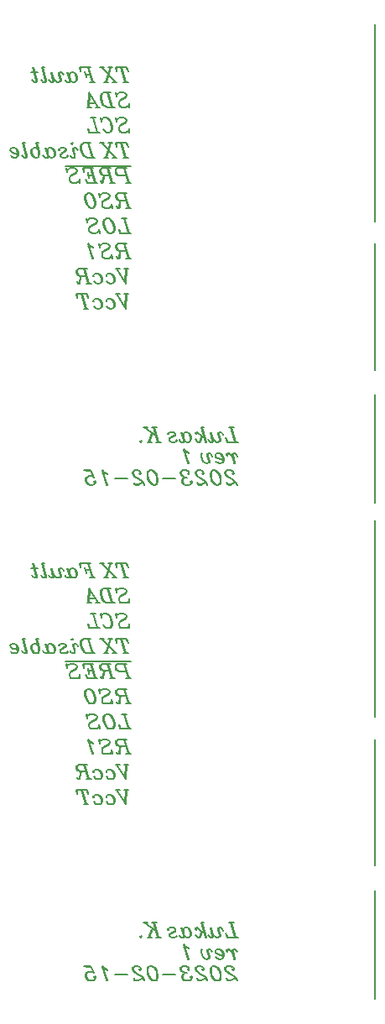
<source format=gbo>
%FSLAX46Y46*%
%MOMM*%
%ADD10C,0.150000*%
G01*
%LPD*%
G01*
%LPD*%
D10*
X19020000Y93488208D02*
X18591428Y94988208D01*
D10*
X18948572Y93488208D02*
X18520000Y94988208D01*
D10*
X19234286Y94559640D02*
X19020000Y94988208D01*
D10*
X19091428Y94988208D02*
X19234286Y94559640D01*
D10*
X18020000Y94988208D02*
X19091428Y94988208D01*
D10*
X18091428Y94559640D02*
X18020000Y94988208D01*
D10*
X18091428Y94988208D02*
X18091428Y94559640D01*
D10*
X18734286Y93488208D02*
X19234286Y93488208D01*
D10*
X17020000Y93488208D02*
X17520000Y94988208D01*
D10*
X16948572Y93488208D02*
X17448572Y94988208D01*
D10*
X17948572Y93488208D02*
X16520000Y94988208D01*
D10*
X17234286Y94988208D02*
X17662858Y94988208D01*
D10*
X16377143Y94988208D02*
X16805714Y94988208D01*
D10*
X17662858Y93488208D02*
X18091428Y93488208D01*
D10*
X16805714Y93488208D02*
X17234286Y93488208D01*
D10*
X15662857Y93488208D02*
X15234286Y94988208D01*
D10*
X15591429Y93488208D02*
X15162857Y94988208D01*
D10*
X15020000Y93988208D02*
X14877143Y94559640D01*
D10*
X14377143Y94988208D02*
X15448572Y94988208D01*
D10*
X14448572Y94559640D02*
X14377143Y94988208D01*
D10*
X14448572Y94988208D02*
X14448572Y94559640D01*
D10*
X14948572Y94273928D02*
X15377143Y94273928D01*
D10*
X15377143Y93488208D02*
X15877143Y93488208D01*
D10*
X13305714Y93988208D02*
X13162857Y94488208D01*
D10*
X13377143Y93702496D02*
X13305714Y93988208D01*
D10*
X13377143Y93559640D02*
X13377143Y93702496D01*
D10*
X13305714Y93488208D02*
X13377143Y93559640D01*
D10*
X13091428Y93488208D02*
X13305714Y93488208D01*
D10*
X12948572Y93631064D02*
X13091428Y93488208D01*
D10*
X12877143Y93773928D02*
X12948572Y93631064D01*
D10*
X13234286Y93988208D02*
X13091428Y94488208D01*
D10*
X13305714Y93702496D02*
X13234286Y93988208D01*
D10*
X13305714Y93559640D02*
X13305714Y93702496D01*
D10*
X13234286Y93488208D02*
X13305714Y93559640D01*
D10*
X13305714Y94202496D02*
X13305714Y93988208D01*
D10*
X13377143Y94416784D02*
X13305714Y94202496D01*
D10*
X13520000Y94488208D02*
X13377143Y94416784D01*
D10*
X13662857Y94488208D02*
X13520000Y94488208D01*
D10*
X13877143Y94416784D02*
X13662857Y94488208D01*
D10*
X14020000Y94202496D02*
X13877143Y94416784D01*
D10*
X14091428Y93988208D02*
X14020000Y94202496D01*
D10*
X14091428Y93773928D02*
X14091428Y93988208D01*
D10*
X14020000Y93631064D02*
X14091428Y93773928D01*
D10*
X13948572Y93559640D02*
X14020000Y93631064D01*
D10*
X13805714Y93488208D02*
X13948572Y93559640D01*
D10*
X13662857Y93488208D02*
X13805714Y93488208D01*
D10*
X13520000Y93559640D02*
X13662857Y93488208D01*
D10*
X13377143Y93773928D02*
X13520000Y93559640D01*
D10*
X13305714Y93988208D02*
X13377143Y93773928D01*
D10*
X13805714Y94416784D02*
X13662857Y94488208D01*
D10*
X13948572Y94202496D02*
X13805714Y94416784D01*
D10*
X14020000Y93988208D02*
X13948572Y94202496D01*
D10*
X14020000Y93702496D02*
X14020000Y93988208D01*
D10*
X13948572Y93559640D02*
X14020000Y93702496D01*
D10*
X12662857Y94345352D02*
X12734286Y94202496D01*
D10*
X12520000Y94488208D02*
X12662857Y94345352D01*
D10*
X12305714Y94488208D02*
X12520000Y94488208D01*
D10*
X12234286Y94416784D02*
X12305714Y94488208D01*
D10*
X12234286Y94202496D02*
X12234286Y94416784D01*
D10*
X12377143Y93773928D02*
X12234286Y94202496D01*
D10*
X12377143Y93631064D02*
X12377143Y93773928D01*
D10*
X12234286Y93488208D02*
X12377143Y93631064D01*
D10*
X12305714Y94416784D02*
X12377143Y94488208D01*
D10*
X12305714Y94202496D02*
X12305714Y94416784D01*
D10*
X12448572Y93773928D02*
X12305714Y94202496D01*
D10*
X12448572Y93631064D02*
X12448572Y93773928D01*
D10*
X12377143Y93559640D02*
X12448572Y93631064D01*
D10*
X12234286Y93488208D02*
X12377143Y93559640D01*
D10*
X12091428Y93488208D02*
X12234286Y93488208D01*
D10*
X11948572Y93559640D02*
X12091428Y93488208D01*
D10*
X11805714Y93702496D02*
X11948572Y93559640D01*
D10*
X11662858Y93988208D02*
X11805714Y93702496D01*
D10*
X11662858Y93988208D02*
X11520000Y94488208D01*
D10*
X11734286Y93702496D02*
X11662858Y93988208D01*
D10*
X11734286Y93559640D02*
X11734286Y93702496D01*
D10*
X11662858Y93488208D02*
X11734286Y93559640D01*
D10*
X11448572Y93488208D02*
X11662858Y93488208D01*
D10*
X11305714Y93631064D02*
X11448572Y93488208D01*
D10*
X11234286Y93773928D02*
X11305714Y93631064D01*
D10*
X11591428Y93988208D02*
X11448572Y94488208D01*
D10*
X11662858Y93702496D02*
X11591428Y93988208D01*
D10*
X11662858Y93559640D02*
X11662858Y93702496D01*
D10*
X11591428Y93488208D02*
X11662858Y93559640D01*
D10*
X10877143Y93988208D02*
X10591429Y94988208D01*
D10*
X10948572Y93702496D02*
X10877143Y93988208D01*
D10*
X10948572Y93559640D02*
X10948572Y93702496D01*
D10*
X10877143Y93488208D02*
X10948572Y93559640D01*
D10*
X10662857Y93488208D02*
X10877143Y93488208D01*
D10*
X10520000Y93631064D02*
X10662857Y93488208D01*
D10*
X10448572Y93773928D02*
X10520000Y93631064D01*
D10*
X10805714Y93988208D02*
X10520000Y94988208D01*
D10*
X10877143Y93702496D02*
X10805714Y93988208D01*
D10*
X10877143Y93559640D02*
X10877143Y93702496D01*
D10*
X10805714Y93488208D02*
X10877143Y93559640D01*
D10*
X10520000Y94988208D02*
X10805714Y94988208D01*
D10*
X9948572Y93988208D02*
X9662857Y94988208D01*
D10*
X10020000Y93702496D02*
X9948572Y93988208D01*
D10*
X10020000Y93559640D02*
X10020000Y93702496D01*
D10*
X9948572Y93488208D02*
X10020000Y93559640D01*
D10*
X9734286Y93488208D02*
X9948572Y93488208D01*
D10*
X9591429Y93631064D02*
X9734286Y93488208D01*
D10*
X9520000Y93773928D02*
X9591429Y93631064D01*
D10*
X9877143Y93988208D02*
X9591429Y94988208D01*
D10*
X9948572Y93702496D02*
X9877143Y93988208D01*
D10*
X9948572Y93559640D02*
X9948572Y93702496D01*
D10*
X9877143Y93488208D02*
X9948572Y93559640D01*
D10*
X9448572Y94488208D02*
X10091429Y94488208D01*
D10*
X30100714Y57198216D02*
X29672142Y58698216D01*
D10*
X30029286Y57198216D02*
X29600714Y58698216D01*
D10*
X29386428Y58698216D02*
X29886428Y58698216D01*
D10*
X29243572Y57198216D02*
X30315000Y57198216D01*
D10*
X29100714Y57626784D02*
X29243572Y57198216D01*
D10*
X29315000Y57198216D02*
X29100714Y57626784D01*
D10*
X28743572Y58055356D02*
X28815000Y57912500D01*
D10*
X28600714Y58198216D02*
X28743572Y58055356D01*
D10*
X28386428Y58198216D02*
X28600714Y58198216D01*
D10*
X28315000Y58126784D02*
X28386428Y58198216D01*
D10*
X28315000Y57912500D02*
X28315000Y58126784D01*
D10*
X28457858Y57483928D02*
X28315000Y57912500D01*
D10*
X28457858Y57341072D02*
X28457858Y57483928D01*
D10*
X28315000Y57198216D02*
X28457858Y57341072D01*
D10*
X28386428Y58126784D02*
X28457858Y58198216D01*
D10*
X28386428Y57912500D02*
X28386428Y58126784D01*
D10*
X28529286Y57483928D02*
X28386428Y57912500D01*
D10*
X28529286Y57341072D02*
X28529286Y57483928D01*
D10*
X28457858Y57269644D02*
X28529286Y57341072D01*
D10*
X28315000Y57198216D02*
X28457858Y57269644D01*
D10*
X28172144Y57198216D02*
X28315000Y57198216D01*
D10*
X28029286Y57269644D02*
X28172144Y57198216D01*
D10*
X27886428Y57412500D02*
X28029286Y57269644D01*
D10*
X27743572Y57698216D02*
X27886428Y57412500D01*
D10*
X27743572Y57698216D02*
X27600714Y58198216D01*
D10*
X27815000Y57412500D02*
X27743572Y57698216D01*
D10*
X27815000Y57269644D02*
X27815000Y57412500D01*
D10*
X27743572Y57198216D02*
X27815000Y57269644D01*
D10*
X27529286Y57198216D02*
X27743572Y57198216D01*
D10*
X27386428Y57341072D02*
X27529286Y57198216D01*
D10*
X27315000Y57483928D02*
X27386428Y57341072D01*
D10*
X27672144Y57698216D02*
X27529286Y58198216D01*
D10*
X27743572Y57412500D02*
X27672144Y57698216D01*
D10*
X27743572Y57269644D02*
X27743572Y57412500D01*
D10*
X27672144Y57198216D02*
X27743572Y57269644D01*
D10*
X27100714Y57198216D02*
X26672144Y58698216D01*
D10*
X27029286Y57198216D02*
X26600714Y58698216D01*
D10*
X26172144Y58055356D02*
X26100714Y58126784D01*
D10*
X26100714Y57983928D02*
X26172144Y58055356D01*
D10*
X26029286Y58055356D02*
X26100714Y57983928D01*
D10*
X26029286Y58126784D02*
X26029286Y58055356D01*
D10*
X26100714Y58198216D02*
X26029286Y58126784D01*
D10*
X26172144Y58198216D02*
X26100714Y58198216D01*
D10*
X26315000Y58126784D02*
X26172144Y58198216D01*
D10*
X26600714Y57841072D02*
X26315000Y58126784D01*
D10*
X26743572Y57769644D02*
X26600714Y57841072D01*
D10*
X26886428Y57769644D02*
X26743572Y57769644D01*
D10*
X26600714Y57698216D02*
X26743572Y57769644D01*
D10*
X26457858Y57269644D02*
X26600714Y57698216D01*
D10*
X26386428Y57198216D02*
X26457858Y57269644D01*
D10*
X26672144Y57698216D02*
X26743572Y57769644D01*
D10*
X26529286Y57269644D02*
X26672144Y57698216D01*
D10*
X26457858Y57198216D02*
X26529286Y57269644D01*
D10*
X26315000Y57198216D02*
X26457858Y57198216D01*
D10*
X26172144Y57269644D02*
X26315000Y57198216D01*
D10*
X26029286Y57483928D02*
X26172144Y57269644D01*
D10*
X26600714Y58698216D02*
X26886428Y58698216D01*
D10*
X24815000Y57698216D02*
X24672144Y58198216D01*
D10*
X24886428Y57412500D02*
X24815000Y57698216D01*
D10*
X24886428Y57269644D02*
X24886428Y57412500D01*
D10*
X24815000Y57198216D02*
X24886428Y57269644D01*
D10*
X24600714Y57198216D02*
X24815000Y57198216D01*
D10*
X24457856Y57341072D02*
X24600714Y57198216D01*
D10*
X24386428Y57483928D02*
X24457856Y57341072D01*
D10*
X24743572Y57698216D02*
X24600714Y58198216D01*
D10*
X24815000Y57412500D02*
X24743572Y57698216D01*
D10*
X24815000Y57269644D02*
X24815000Y57412500D01*
D10*
X24743572Y57198216D02*
X24815000Y57269644D01*
D10*
X24815000Y57912500D02*
X24815000Y57698216D01*
D10*
X24886428Y58126784D02*
X24815000Y57912500D01*
D10*
X25029286Y58198216D02*
X24886428Y58126784D01*
D10*
X25172144Y58198216D02*
X25029286Y58198216D01*
D10*
X25386428Y58126784D02*
X25172144Y58198216D01*
D10*
X25529286Y57912500D02*
X25386428Y58126784D01*
D10*
X25600714Y57698216D02*
X25529286Y57912500D01*
D10*
X25600714Y57483928D02*
X25600714Y57698216D01*
D10*
X25529286Y57341072D02*
X25600714Y57483928D01*
D10*
X25457856Y57269644D02*
X25529286Y57341072D01*
D10*
X25315000Y57198216D02*
X25457856Y57269644D01*
D10*
X25172144Y57198216D02*
X25315000Y57198216D01*
D10*
X25029286Y57269644D02*
X25172144Y57198216D01*
D10*
X24886428Y57483928D02*
X25029286Y57269644D01*
D10*
X24815000Y57698216D02*
X24886428Y57483928D01*
D10*
X25315000Y58126784D02*
X25172144Y58198216D01*
D10*
X25457856Y57912500D02*
X25315000Y58126784D01*
D10*
X25529286Y57698216D02*
X25457856Y57912500D01*
D10*
X25529286Y57412500D02*
X25529286Y57698216D01*
D10*
X25457856Y57269644D02*
X25529286Y57412500D01*
D10*
X23315000Y57983928D02*
X23315000Y58055356D01*
D10*
X23243572Y57983928D02*
X23315000Y57983928D01*
D10*
X23243572Y58055356D02*
X23243572Y57983928D01*
D10*
X23315000Y58126784D02*
X23243572Y58055356D01*
D10*
X23529286Y58198216D02*
X23315000Y58126784D01*
D10*
X23743572Y58198216D02*
X23529286Y58198216D01*
D10*
X23957856Y58126784D02*
X23743572Y58198216D01*
D10*
X24029286Y58055356D02*
X23957856Y58126784D01*
D10*
X24029286Y57912500D02*
X24029286Y58055356D01*
D10*
X23957856Y57841072D02*
X24029286Y57912500D01*
D10*
X23457856Y57555356D02*
X23957856Y57841072D01*
D10*
X23386428Y57483928D02*
X23457856Y57555356D01*
D10*
X23957856Y57912500D02*
X24029286Y57983928D01*
D10*
X23457856Y57626784D02*
X23957856Y57912500D01*
D10*
X23386428Y57555356D02*
X23457856Y57626784D01*
D10*
X23386428Y57341072D02*
X23386428Y57555356D01*
D10*
X23457856Y57269644D02*
X23386428Y57341072D01*
D10*
X23672144Y57198216D02*
X23457856Y57269644D01*
D10*
X23886428Y57198216D02*
X23672144Y57198216D01*
D10*
X24100714Y57269644D02*
X23886428Y57198216D01*
D10*
X24172144Y57341072D02*
X24100714Y57269644D01*
D10*
X24172144Y57412500D02*
X24172144Y57341072D01*
D10*
X24100714Y57412500D02*
X24172144Y57412500D01*
D10*
X24100714Y57341072D02*
X24100714Y57412500D01*
D10*
X22315000Y57198216D02*
X21886428Y58698216D01*
D10*
X22243572Y57198216D02*
X21815000Y58698216D01*
D10*
X22100714Y57769644D02*
X20886428Y58698216D01*
D10*
X21315000Y57198216D02*
X21600714Y58055356D01*
D10*
X21386428Y57198216D02*
X21672144Y58055356D01*
D10*
X21600714Y58698216D02*
X22100714Y58698216D01*
D10*
X20743572Y58698216D02*
X21172144Y58698216D01*
D10*
X22029286Y57198216D02*
X22529286Y57198216D01*
D10*
X21172144Y57198216D02*
X21600714Y57198216D01*
D10*
X20600714Y57269644D02*
X20529286Y57341072D01*
D10*
X20529286Y57198216D02*
X20600714Y57269644D01*
D10*
X20457856Y57269644D02*
X20529286Y57198216D01*
D10*
X20529286Y57341072D02*
X20457856Y57269644D01*
D10*
X30172142Y55880356D02*
X30243572Y55737500D01*
D10*
X30029286Y56023216D02*
X30172142Y55880356D01*
D10*
X29815000Y56023216D02*
X30029286Y56023216D01*
D10*
X29743572Y55951784D02*
X29815000Y56023216D01*
D10*
X29743572Y55808928D02*
X29743572Y55951784D01*
D10*
X29815000Y55523216D02*
X29743572Y55808928D01*
D10*
X29957858Y55023216D02*
X29815000Y55523216D01*
D10*
X29815000Y55951784D02*
X29886428Y56023216D01*
D10*
X29815000Y55808928D02*
X29815000Y55951784D01*
D10*
X29886428Y55523216D02*
X29815000Y55808928D01*
D10*
X30029286Y55023216D02*
X29886428Y55523216D01*
D10*
X29672142Y55808928D02*
X29815000Y55523216D01*
D10*
X29529286Y55951784D02*
X29672142Y55808928D01*
D10*
X29386428Y56023216D02*
X29529286Y55951784D01*
D10*
X29243572Y56023216D02*
X29386428Y56023216D01*
D10*
X29172142Y55951784D02*
X29243572Y56023216D01*
D10*
X29172142Y55880356D02*
X29172142Y55951784D01*
D10*
X29243572Y55808928D02*
X29172142Y55880356D01*
D10*
X29315000Y55880356D02*
X29243572Y55808928D01*
D10*
X29243572Y55951784D02*
X29315000Y55880356D01*
D10*
X28529286Y55451784D02*
X28815000Y55380356D01*
D10*
X28315000Y55523216D02*
X28529286Y55451784D01*
D10*
X28100714Y55666072D02*
X28315000Y55523216D01*
D10*
X28029286Y55808928D02*
X28100714Y55666072D01*
D10*
X28100714Y55951784D02*
X28029286Y55808928D01*
D10*
X28243572Y56023216D02*
X28100714Y55951784D01*
D10*
X28457858Y56023216D02*
X28243572Y56023216D01*
D10*
X28672142Y55951784D02*
X28457858Y56023216D01*
D10*
X28815000Y55737500D02*
X28672142Y55951784D01*
D10*
X28886428Y55523216D02*
X28815000Y55737500D01*
D10*
X28886428Y55308928D02*
X28886428Y55523216D01*
D10*
X28815000Y55166072D02*
X28886428Y55308928D01*
D10*
X28743572Y55094644D02*
X28815000Y55166072D01*
D10*
X28600714Y55023216D02*
X28743572Y55094644D01*
D10*
X28457858Y55023216D02*
X28600714Y55023216D01*
D10*
X28243572Y55094644D02*
X28457858Y55023216D01*
D10*
X28100714Y55237500D02*
X28243572Y55094644D01*
D10*
X28600714Y55951784D02*
X28457858Y56023216D01*
D10*
X28743572Y55737500D02*
X28600714Y55951784D01*
D10*
X28815000Y55523216D02*
X28743572Y55737500D01*
D10*
X28815000Y55237500D02*
X28815000Y55523216D01*
D10*
X28743572Y55094644D02*
X28815000Y55237500D01*
D10*
X27672144Y55880356D02*
X27743572Y55737500D01*
D10*
X27529286Y56023216D02*
X27672144Y55880356D01*
D10*
X27315000Y56023216D02*
X27529286Y56023216D01*
D10*
X27243572Y55951784D02*
X27315000Y56023216D01*
D10*
X27243572Y55737500D02*
X27243572Y55951784D01*
D10*
X27386428Y55308928D02*
X27243572Y55737500D01*
D10*
X27386428Y55166072D02*
X27386428Y55308928D01*
D10*
X27243572Y55023216D02*
X27386428Y55166072D01*
D10*
X27315000Y55951784D02*
X27386428Y56023216D01*
D10*
X27315000Y55737500D02*
X27315000Y55951784D01*
D10*
X27457858Y55308928D02*
X27315000Y55737500D01*
D10*
X27457858Y55166072D02*
X27457858Y55308928D01*
D10*
X27386428Y55094644D02*
X27457858Y55166072D01*
D10*
X27243572Y55023216D02*
X27386428Y55094644D01*
D10*
X27172144Y55023216D02*
X27243572Y55023216D01*
D10*
X26957858Y55094644D02*
X27172144Y55023216D01*
D10*
X26815000Y55237500D02*
X26957858Y55094644D01*
D10*
X26672144Y55451784D02*
X26815000Y55237500D01*
D10*
X26600714Y55737500D02*
X26672144Y55451784D01*
D10*
X26600714Y56023216D02*
X26600714Y55737500D01*
D10*
X26672144Y56023216D02*
X26600714Y56023216D01*
D10*
X26600714Y55880356D02*
X26672144Y56023216D01*
D10*
X25315000Y55023216D02*
X24957856Y56237500D01*
D10*
X25243572Y55023216D02*
X24815000Y56523216D01*
D10*
X25029286Y56308928D02*
X24815000Y56523216D01*
D10*
X25243572Y56166072D02*
X25029286Y56308928D01*
D10*
X25386428Y56094644D02*
X25243572Y56166072D01*
D10*
X25172144Y56166072D02*
X24886428Y56308928D01*
D10*
X25386428Y56094644D02*
X25172144Y56166072D01*
D10*
X29743572Y53991072D02*
X29815000Y54062500D01*
D10*
X29815000Y53919644D02*
X29743572Y53991072D01*
D10*
X29886428Y53991072D02*
X29815000Y53919644D01*
D10*
X29886428Y54062500D02*
X29886428Y53991072D01*
D10*
X29815000Y54205356D02*
X29886428Y54062500D01*
D10*
X29743572Y54276784D02*
X29815000Y54205356D01*
D10*
X29529286Y54348216D02*
X29743572Y54276784D01*
D10*
X29315000Y54348216D02*
X29529286Y54348216D01*
D10*
X29100714Y54276784D02*
X29315000Y54348216D01*
D10*
X29029286Y54133928D02*
X29100714Y54276784D01*
D10*
X29029286Y53991072D02*
X29029286Y54133928D01*
D10*
X29100714Y53848216D02*
X29029286Y53991072D01*
D10*
X29243572Y53705356D02*
X29100714Y53848216D01*
D10*
X29457858Y53562500D02*
X29243572Y53705356D01*
D10*
X29743572Y53419644D02*
X29457858Y53562500D01*
D10*
X29957858Y53276784D02*
X29743572Y53419644D01*
D10*
X30100714Y53133928D02*
X29957858Y53276784D01*
D10*
X30243572Y52848216D02*
X30100714Y53133928D01*
D10*
X29172142Y54276784D02*
X29315000Y54348216D01*
D10*
X29100714Y54133928D02*
X29172142Y54276784D01*
D10*
X29100714Y53991072D02*
X29100714Y54133928D01*
D10*
X29172142Y53848216D02*
X29100714Y53991072D01*
D10*
X29315000Y53705356D02*
X29172142Y53848216D01*
D10*
X29743572Y53419644D02*
X29315000Y53705356D01*
D10*
X30100714Y53062500D02*
X30172142Y52991072D01*
D10*
X29957858Y53062500D02*
X30100714Y53062500D01*
D10*
X29600714Y52919644D02*
X29957858Y53062500D01*
D10*
X29386428Y52919644D02*
X29600714Y52919644D01*
D10*
X29243572Y52991072D02*
X29386428Y52919644D01*
D10*
X29172142Y53133928D02*
X29243572Y52991072D01*
D10*
X29600714Y52848216D02*
X29957858Y53062500D01*
D10*
X29386428Y52848216D02*
X29600714Y52848216D01*
D10*
X29243572Y52919644D02*
X29386428Y52848216D01*
D10*
X29172142Y53133928D02*
X29243572Y52919644D01*
D10*
X28172144Y54276784D02*
X27957858Y54348216D01*
D10*
X28315000Y54133928D02*
X28172144Y54276784D01*
D10*
X28457858Y53919644D02*
X28315000Y54133928D01*
D10*
X28529286Y53705356D02*
X28457858Y53919644D01*
D10*
X28600714Y53419644D02*
X28529286Y53705356D01*
D10*
X28600714Y53205356D02*
X28600714Y53419644D01*
D10*
X28529286Y52991072D02*
X28600714Y53205356D01*
D10*
X28457858Y52919644D02*
X28529286Y52991072D01*
D10*
X28315000Y52848216D02*
X28457858Y52919644D01*
D10*
X28172144Y52848216D02*
X28315000Y52848216D01*
D10*
X27957858Y52919644D02*
X28172144Y52848216D01*
D10*
X27815000Y53062500D02*
X27957858Y52919644D01*
D10*
X27672144Y53276784D02*
X27815000Y53062500D01*
D10*
X27600714Y53491072D02*
X27672144Y53276784D01*
D10*
X27529286Y53776784D02*
X27600714Y53491072D01*
D10*
X27529286Y53991072D02*
X27529286Y53776784D01*
D10*
X27600714Y54205356D02*
X27529286Y53991072D01*
D10*
X27672144Y54276784D02*
X27600714Y54205356D01*
D10*
X27815000Y54348216D02*
X27672144Y54276784D01*
D10*
X27957858Y54348216D02*
X27815000Y54348216D01*
D10*
X28100714Y54276784D02*
X27957858Y54348216D01*
D10*
X28243572Y54133928D02*
X28100714Y54276784D01*
D10*
X28386428Y53919644D02*
X28243572Y54133928D01*
D10*
X28457858Y53705356D02*
X28386428Y53919644D01*
D10*
X28529286Y53419644D02*
X28457858Y53705356D01*
D10*
X28529286Y53205356D02*
X28529286Y53419644D01*
D10*
X28457858Y52991072D02*
X28529286Y53205356D01*
D10*
X28315000Y52848216D02*
X28457858Y52991072D01*
D10*
X28029286Y52919644D02*
X28172144Y52848216D01*
D10*
X27886428Y53062500D02*
X28029286Y52919644D01*
D10*
X27743572Y53276784D02*
X27886428Y53062500D01*
D10*
X27672144Y53491072D02*
X27743572Y53276784D01*
D10*
X27600714Y53776784D02*
X27672144Y53491072D01*
D10*
X27600714Y53991072D02*
X27600714Y53776784D01*
D10*
X27672144Y54205356D02*
X27600714Y53991072D01*
D10*
X27815000Y54348216D02*
X27672144Y54205356D01*
D10*
X26743572Y53991072D02*
X26815000Y54062500D01*
D10*
X26815000Y53919644D02*
X26743572Y53991072D01*
D10*
X26886428Y53991072D02*
X26815000Y53919644D01*
D10*
X26886428Y54062500D02*
X26886428Y53991072D01*
D10*
X26815000Y54205356D02*
X26886428Y54062500D01*
D10*
X26743572Y54276784D02*
X26815000Y54205356D01*
D10*
X26529286Y54348216D02*
X26743572Y54276784D01*
D10*
X26315000Y54348216D02*
X26529286Y54348216D01*
D10*
X26100714Y54276784D02*
X26315000Y54348216D01*
D10*
X26029286Y54133928D02*
X26100714Y54276784D01*
D10*
X26029286Y53991072D02*
X26029286Y54133928D01*
D10*
X26100714Y53848216D02*
X26029286Y53991072D01*
D10*
X26243572Y53705356D02*
X26100714Y53848216D01*
D10*
X26457858Y53562500D02*
X26243572Y53705356D01*
D10*
X26743572Y53419644D02*
X26457858Y53562500D01*
D10*
X26957858Y53276784D02*
X26743572Y53419644D01*
D10*
X27100714Y53133928D02*
X26957858Y53276784D01*
D10*
X27243572Y52848216D02*
X27100714Y53133928D01*
D10*
X26172144Y54276784D02*
X26315000Y54348216D01*
D10*
X26100714Y54133928D02*
X26172144Y54276784D01*
D10*
X26100714Y53991072D02*
X26100714Y54133928D01*
D10*
X26172144Y53848216D02*
X26100714Y53991072D01*
D10*
X26315000Y53705356D02*
X26172144Y53848216D01*
D10*
X26743572Y53419644D02*
X26315000Y53705356D01*
D10*
X27100714Y53062500D02*
X27172144Y52991072D01*
D10*
X26957858Y53062500D02*
X27100714Y53062500D01*
D10*
X26600714Y52919644D02*
X26957858Y53062500D01*
D10*
X26386428Y52919644D02*
X26600714Y52919644D01*
D10*
X26243572Y52991072D02*
X26386428Y52919644D01*
D10*
X26172144Y53133928D02*
X26243572Y52991072D01*
D10*
X26600714Y52848216D02*
X26957858Y53062500D01*
D10*
X26386428Y52848216D02*
X26600714Y52848216D01*
D10*
X26243572Y52919644D02*
X26386428Y52848216D01*
D10*
X26172144Y53133928D02*
X26243572Y52919644D01*
D10*
X25243572Y53991072D02*
X25315000Y54062500D01*
D10*
X25315000Y53919644D02*
X25243572Y53991072D01*
D10*
X25386428Y53991072D02*
X25315000Y53919644D01*
D10*
X25386428Y54062500D02*
X25386428Y53991072D01*
D10*
X25315000Y54205356D02*
X25386428Y54062500D01*
D10*
X25243572Y54276784D02*
X25315000Y54205356D01*
D10*
X25029286Y54348216D02*
X25243572Y54276784D01*
D10*
X24815000Y54348216D02*
X25029286Y54348216D01*
D10*
X24600714Y54276784D02*
X24815000Y54348216D01*
D10*
X24529286Y54133928D02*
X24600714Y54276784D01*
D10*
X24529286Y53991072D02*
X24529286Y54133928D01*
D10*
X24600714Y53848216D02*
X24529286Y53991072D01*
D10*
X24815000Y53705356D02*
X24600714Y53848216D01*
D10*
X25029286Y53633928D02*
X24815000Y53705356D01*
D10*
X24672144Y54276784D02*
X24815000Y54348216D01*
D10*
X24600714Y54133928D02*
X24672144Y54276784D01*
D10*
X24600714Y53991072D02*
X24600714Y54133928D01*
D10*
X24672144Y53848216D02*
X24600714Y53991072D01*
D10*
X24815000Y53705356D02*
X24672144Y53848216D01*
D10*
X25029286Y53633928D02*
X25172144Y53633928D01*
D10*
X24815000Y53562500D02*
X25029286Y53633928D01*
D10*
X24743572Y53491072D02*
X24815000Y53562500D01*
D10*
X24672144Y53348216D02*
X24743572Y53491072D01*
D10*
X24672144Y53133928D02*
X24672144Y53348216D01*
D10*
X24743572Y52991072D02*
X24672144Y53133928D01*
D10*
X24815000Y52919644D02*
X24743572Y52991072D01*
D10*
X25029286Y52848216D02*
X24815000Y52919644D01*
D10*
X25315000Y52848216D02*
X25029286Y52848216D01*
D10*
X25529286Y52919644D02*
X25315000Y52848216D01*
D10*
X25600714Y52991072D02*
X25529286Y52919644D01*
D10*
X25672144Y53133928D02*
X25600714Y52991072D01*
D10*
X25672144Y53205356D02*
X25672144Y53133928D01*
D10*
X25600714Y53276784D02*
X25672144Y53205356D01*
D10*
X25529286Y53205356D02*
X25600714Y53276784D01*
D10*
X25600714Y53133928D02*
X25529286Y53205356D01*
D10*
X24886428Y53562500D02*
X25029286Y53633928D01*
D10*
X24815000Y53491072D02*
X24886428Y53562500D01*
D10*
X24743572Y53348216D02*
X24815000Y53491072D01*
D10*
X24743572Y53133928D02*
X24743572Y53348216D01*
D10*
X24815000Y52991072D02*
X24743572Y53133928D01*
D10*
X24886428Y52919644D02*
X24815000Y52991072D01*
D10*
X25029286Y52848216D02*
X24886428Y52919644D01*
D10*
X22743572Y53491072D02*
X24029286Y53491072D01*
D10*
X21815000Y54276784D02*
X21600714Y54348216D01*
D10*
X21957858Y54133928D02*
X21815000Y54276784D01*
D10*
X22100714Y53919644D02*
X21957858Y54133928D01*
D10*
X22172144Y53705356D02*
X22100714Y53919644D01*
D10*
X22243572Y53419644D02*
X22172144Y53705356D01*
D10*
X22243572Y53205356D02*
X22243572Y53419644D01*
D10*
X22172144Y52991072D02*
X22243572Y53205356D01*
D10*
X22100714Y52919644D02*
X22172144Y52991072D01*
D10*
X21957858Y52848216D02*
X22100714Y52919644D01*
D10*
X21815000Y52848216D02*
X21957858Y52848216D01*
D10*
X21600714Y52919644D02*
X21815000Y52848216D01*
D10*
X21457856Y53062500D02*
X21600714Y52919644D01*
D10*
X21315000Y53276784D02*
X21457856Y53062500D01*
D10*
X21243572Y53491072D02*
X21315000Y53276784D01*
D10*
X21172144Y53776784D02*
X21243572Y53491072D01*
D10*
X21172144Y53991072D02*
X21172144Y53776784D01*
D10*
X21243572Y54205356D02*
X21172144Y53991072D01*
D10*
X21315000Y54276784D02*
X21243572Y54205356D01*
D10*
X21457856Y54348216D02*
X21315000Y54276784D01*
D10*
X21600714Y54348216D02*
X21457856Y54348216D01*
D10*
X21743572Y54276784D02*
X21600714Y54348216D01*
D10*
X21886428Y54133928D02*
X21743572Y54276784D01*
D10*
X22029286Y53919644D02*
X21886428Y54133928D01*
D10*
X22100714Y53705356D02*
X22029286Y53919644D01*
D10*
X22172144Y53419644D02*
X22100714Y53705356D01*
D10*
X22172144Y53205356D02*
X22172144Y53419644D01*
D10*
X22100714Y52991072D02*
X22172144Y53205356D01*
D10*
X21957858Y52848216D02*
X22100714Y52991072D01*
D10*
X21672144Y52919644D02*
X21815000Y52848216D01*
D10*
X21529286Y53062500D02*
X21672144Y52919644D01*
D10*
X21386428Y53276784D02*
X21529286Y53062500D01*
D10*
X21315000Y53491072D02*
X21386428Y53276784D01*
D10*
X21243572Y53776784D02*
X21315000Y53491072D01*
D10*
X21243572Y53991072D02*
X21243572Y53776784D01*
D10*
X21315000Y54205356D02*
X21243572Y53991072D01*
D10*
X21457856Y54348216D02*
X21315000Y54205356D01*
D10*
X20386428Y53991072D02*
X20457856Y54062500D01*
D10*
X20457856Y53919644D02*
X20386428Y53991072D01*
D10*
X20529286Y53991072D02*
X20457856Y53919644D01*
D10*
X20529286Y54062500D02*
X20529286Y53991072D01*
D10*
X20457856Y54205356D02*
X20529286Y54062500D01*
D10*
X20386428Y54276784D02*
X20457856Y54205356D01*
D10*
X20172144Y54348216D02*
X20386428Y54276784D01*
D10*
X19957856Y54348216D02*
X20172144Y54348216D01*
D10*
X19743572Y54276784D02*
X19957856Y54348216D01*
D10*
X19672144Y54133928D02*
X19743572Y54276784D01*
D10*
X19672144Y53991072D02*
X19672144Y54133928D01*
D10*
X19743572Y53848216D02*
X19672144Y53991072D01*
D10*
X19886428Y53705356D02*
X19743572Y53848216D01*
D10*
X20100714Y53562500D02*
X19886428Y53705356D01*
D10*
X20386428Y53419644D02*
X20100714Y53562500D01*
D10*
X20600714Y53276784D02*
X20386428Y53419644D01*
D10*
X20743572Y53133928D02*
X20600714Y53276784D01*
D10*
X20886428Y52848216D02*
X20743572Y53133928D01*
D10*
X19815000Y54276784D02*
X19957856Y54348216D01*
D10*
X19743572Y54133928D02*
X19815000Y54276784D01*
D10*
X19743572Y53991072D02*
X19743572Y54133928D01*
D10*
X19815000Y53848216D02*
X19743572Y53991072D01*
D10*
X19957856Y53705356D02*
X19815000Y53848216D01*
D10*
X20386428Y53419644D02*
X19957856Y53705356D01*
D10*
X20743572Y53062500D02*
X20815000Y52991072D01*
D10*
X20600714Y53062500D02*
X20743572Y53062500D01*
D10*
X20243572Y52919644D02*
X20600714Y53062500D01*
D10*
X20029286Y52919644D02*
X20243572Y52919644D01*
D10*
X19886428Y52991072D02*
X20029286Y52919644D01*
D10*
X19815000Y53133928D02*
X19886428Y52991072D01*
D10*
X20243572Y52848216D02*
X20600714Y53062500D01*
D10*
X20029286Y52848216D02*
X20243572Y52848216D01*
D10*
X19886428Y52919644D02*
X20029286Y52848216D01*
D10*
X19815000Y53133928D02*
X19886428Y52919644D01*
D10*
X17886428Y53491072D02*
X19172144Y53491072D01*
D10*
X17100714Y52848216D02*
X16743572Y54062500D01*
D10*
X17029286Y52848216D02*
X16600714Y54348216D01*
D10*
X16815000Y54133928D02*
X16600714Y54348216D01*
D10*
X17029286Y53991072D02*
X16815000Y54133928D01*
D10*
X17172144Y53919644D02*
X17029286Y53991072D01*
D10*
X16957856Y53991072D02*
X16672143Y54133928D01*
D10*
X17172144Y53919644D02*
X16957856Y53991072D01*
D10*
X15815000Y53633928D02*
X15457857Y54348216D01*
D10*
X14743572Y54348216D02*
X15457857Y54348216D01*
D10*
X15100715Y54276784D02*
X15457857Y54276784D01*
D10*
X14743572Y54348216D02*
X15100715Y54276784D01*
D10*
X15743572Y53705356D02*
X15815000Y53633928D01*
D10*
X15529286Y53776784D02*
X15743572Y53705356D01*
D10*
X15315000Y53776784D02*
X15529286Y53776784D01*
D10*
X15100715Y53705356D02*
X15315000Y53776784D01*
D10*
X15029286Y53633928D02*
X15100715Y53705356D01*
D10*
X14957857Y53491072D02*
X15029286Y53633928D01*
D10*
X14957857Y53276784D02*
X14957857Y53491072D01*
D10*
X15029286Y53062500D02*
X14957857Y53276784D01*
D10*
X15172143Y52919644D02*
X15029286Y53062500D01*
D10*
X15386429Y52848216D02*
X15172143Y52919644D01*
D10*
X15600715Y52848216D02*
X15386429Y52848216D01*
D10*
X15815000Y52919644D02*
X15600715Y52848216D01*
D10*
X15886429Y52991072D02*
X15815000Y52919644D01*
D10*
X15957857Y53133928D02*
X15886429Y52991072D01*
D10*
X15957857Y53205356D02*
X15957857Y53133928D01*
D10*
X15886429Y53276784D02*
X15957857Y53205356D01*
D10*
X15815000Y53205356D02*
X15886429Y53276784D01*
D10*
X15886429Y53133928D02*
X15815000Y53205356D01*
D10*
X15172143Y53705356D02*
X15315000Y53776784D01*
D10*
X15100715Y53633928D02*
X15172143Y53705356D01*
D10*
X15029286Y53491072D02*
X15100715Y53633928D01*
D10*
X15029286Y53276784D02*
X15029286Y53491072D01*
D10*
X15100715Y53062500D02*
X15029286Y53276784D01*
D10*
X15243572Y52919644D02*
X15100715Y53062500D01*
D10*
X15386429Y52848216D02*
X15243572Y52919644D01*
D10*
X18091428Y89765352D02*
X18162858Y89765352D01*
D10*
X18020000Y89908208D02*
X18091428Y89765352D01*
D10*
X18091428Y89479640D02*
X18020000Y89908208D01*
D10*
X18091428Y89622496D02*
X18091428Y89479640D01*
D10*
X18162858Y89765352D02*
X18091428Y89622496D01*
D10*
X18234286Y89836784D02*
X18162858Y89765352D01*
D10*
X18448572Y89908208D02*
X18234286Y89836784D01*
D10*
X18734286Y89908208D02*
X18448572Y89908208D01*
D10*
X18948572Y89836784D02*
X18734286Y89908208D01*
D10*
X19091428Y89693928D02*
X18948572Y89836784D01*
D10*
X19091428Y89551064D02*
X19091428Y89693928D01*
D10*
X19020000Y89408208D02*
X19091428Y89551064D01*
D10*
X18948572Y89336784D02*
X19020000Y89408208D01*
D10*
X18448572Y89051064D02*
X18948572Y89336784D01*
D10*
X18305714Y88908208D02*
X18448572Y89051064D01*
D10*
X18948572Y89408208D02*
X19091428Y89551064D01*
D10*
X18448572Y89122496D02*
X18948572Y89408208D01*
D10*
X18377142Y89051064D02*
X18448572Y89122496D01*
D10*
X18305714Y88908208D02*
X18377142Y89051064D01*
D10*
X18305714Y88693928D02*
X18305714Y88908208D01*
D10*
X18377142Y88551064D02*
X18305714Y88693928D01*
D10*
X18448572Y88479640D02*
X18377142Y88551064D01*
D10*
X18662858Y88408208D02*
X18448572Y88479640D01*
D10*
X18948572Y88408208D02*
X18662858Y88408208D01*
D10*
X19162858Y88479640D02*
X18948572Y88408208D01*
D10*
X19234286Y88551064D02*
X19162858Y88479640D01*
D10*
X19305714Y88693928D02*
X19234286Y88551064D01*
D10*
X19305714Y88836784D02*
X19305714Y88693928D01*
D10*
X19377142Y88408208D02*
X19305714Y88836784D01*
D10*
X19305714Y88551064D02*
X19377142Y88408208D01*
D10*
X19234286Y88551064D02*
X19305714Y88551064D01*
D10*
X16520000Y89765352D02*
X16591428Y89765352D01*
D10*
X16448572Y89908208D02*
X16520000Y89765352D01*
D10*
X16520000Y89479640D02*
X16448572Y89908208D01*
D10*
X16520000Y89622496D02*
X16520000Y89479640D01*
D10*
X16591428Y89765352D02*
X16520000Y89622496D01*
D10*
X16662857Y89836784D02*
X16591428Y89765352D01*
D10*
X16805714Y89908208D02*
X16662857Y89836784D01*
D10*
X17020000Y89908208D02*
X16805714Y89908208D01*
D10*
X17234286Y89836784D02*
X17020000Y89908208D01*
D10*
X17377144Y89693928D02*
X17234286Y89836784D01*
D10*
X17520000Y89479640D02*
X17377144Y89693928D01*
D10*
X17591428Y89265352D02*
X17520000Y89479640D01*
D10*
X17662858Y88979640D02*
X17591428Y89265352D01*
D10*
X17662858Y88765352D02*
X17662858Y88979640D01*
D10*
X17591428Y88551064D02*
X17662858Y88765352D01*
D10*
X17520000Y88479640D02*
X17591428Y88551064D01*
D10*
X17305714Y88408208D02*
X17520000Y88479640D01*
D10*
X17091428Y88408208D02*
X17305714Y88408208D01*
D10*
X16948572Y88479640D02*
X17091428Y88408208D01*
D10*
X16805714Y88622496D02*
X16948572Y88479640D01*
D10*
X16734286Y88765352D02*
X16805714Y88622496D01*
D10*
X17162858Y89836784D02*
X17020000Y89908208D01*
D10*
X17305714Y89693928D02*
X17162858Y89836784D01*
D10*
X17448572Y89479640D02*
X17305714Y89693928D01*
D10*
X17520000Y89265352D02*
X17448572Y89479640D01*
D10*
X17591428Y88979640D02*
X17520000Y89265352D01*
D10*
X17591428Y88765352D02*
X17591428Y88979640D01*
D10*
X17520000Y88551064D02*
X17591428Y88765352D01*
D10*
X17448572Y88479640D02*
X17520000Y88551064D01*
D10*
X17305714Y88408208D02*
X17448572Y88479640D01*
D10*
X16162857Y88408208D02*
X15734286Y89908208D01*
D10*
X16091428Y88408208D02*
X15662857Y89908208D01*
D10*
X15448572Y89908208D02*
X15948572Y89908208D01*
D10*
X15305714Y88408208D02*
X16377143Y88408208D01*
D10*
X15162857Y88836784D02*
X15305714Y88408208D01*
D10*
X15377143Y88408208D02*
X15162857Y88836784D01*
D10*
X18091428Y92305352D02*
X18162858Y92305352D01*
D10*
X18020000Y92448208D02*
X18091428Y92305352D01*
D10*
X18091428Y92019640D02*
X18020000Y92448208D01*
D10*
X18091428Y92162496D02*
X18091428Y92019640D01*
D10*
X18162858Y92305352D02*
X18091428Y92162496D01*
D10*
X18234286Y92376784D02*
X18162858Y92305352D01*
D10*
X18448572Y92448208D02*
X18234286Y92376784D01*
D10*
X18734286Y92448208D02*
X18448572Y92448208D01*
D10*
X18948572Y92376784D02*
X18734286Y92448208D01*
D10*
X19091428Y92233928D02*
X18948572Y92376784D01*
D10*
X19091428Y92091064D02*
X19091428Y92233928D01*
D10*
X19020000Y91948208D02*
X19091428Y92091064D01*
D10*
X18948572Y91876784D02*
X19020000Y91948208D01*
D10*
X18448572Y91591064D02*
X18948572Y91876784D01*
D10*
X18305714Y91448208D02*
X18448572Y91591064D01*
D10*
X18948572Y91948208D02*
X19091428Y92091064D01*
D10*
X18448572Y91662496D02*
X18948572Y91948208D01*
D10*
X18377142Y91591064D02*
X18448572Y91662496D01*
D10*
X18305714Y91448208D02*
X18377142Y91591064D01*
D10*
X18305714Y91233928D02*
X18305714Y91448208D01*
D10*
X18377142Y91091064D02*
X18305714Y91233928D01*
D10*
X18448572Y91019640D02*
X18377142Y91091064D01*
D10*
X18662858Y90948208D02*
X18448572Y91019640D01*
D10*
X18948572Y90948208D02*
X18662858Y90948208D01*
D10*
X19162858Y91019640D02*
X18948572Y90948208D01*
D10*
X19234286Y91091064D02*
X19162858Y91019640D01*
D10*
X19305714Y91233928D02*
X19234286Y91091064D01*
D10*
X19305714Y91376784D02*
X19305714Y91233928D01*
D10*
X19377142Y90948208D02*
X19305714Y91376784D01*
D10*
X19305714Y91091064D02*
X19377142Y90948208D01*
D10*
X19234286Y91091064D02*
X19305714Y91091064D01*
D10*
X17662858Y90948208D02*
X17234286Y92448208D01*
D10*
X17591428Y90948208D02*
X17162858Y92448208D01*
D10*
X16805714Y92448208D02*
X17448572Y92448208D01*
D10*
X16591428Y92376784D02*
X16805714Y92448208D01*
D10*
X16520000Y92305352D02*
X16591428Y92376784D01*
D10*
X16448572Y92091064D02*
X16520000Y92305352D01*
D10*
X16448572Y91805352D02*
X16448572Y92091064D01*
D10*
X16520000Y91519640D02*
X16448572Y91805352D01*
D10*
X16662857Y91233928D02*
X16520000Y91519640D01*
D10*
X16805714Y91091064D02*
X16662857Y91233928D01*
D10*
X16948572Y91019640D02*
X16805714Y91091064D01*
D10*
X17234286Y90948208D02*
X16948572Y91019640D01*
D10*
X17877142Y90948208D02*
X17234286Y90948208D01*
D10*
X16662857Y92376784D02*
X16805714Y92448208D01*
D10*
X16591428Y92305352D02*
X16662857Y92376784D01*
D10*
X16520000Y92091064D02*
X16591428Y92305352D01*
D10*
X16520000Y91805352D02*
X16520000Y92091064D01*
D10*
X16591428Y91519640D02*
X16520000Y91805352D01*
D10*
X16734286Y91233928D02*
X16591428Y91519640D01*
D10*
X16877144Y91091064D02*
X16734286Y91233928D01*
D10*
X17020000Y91019640D02*
X16877144Y91091064D01*
D10*
X17234286Y90948208D02*
X17020000Y91019640D01*
D10*
X16234286Y90948208D02*
X15305714Y92448208D01*
D10*
X15234286Y90948208D02*
X15305714Y92448208D01*
D10*
X15305714Y90948208D02*
X15377143Y92305352D01*
D10*
X15305714Y91376784D02*
X15948572Y91376784D01*
D10*
X15948572Y90948208D02*
X16377143Y90948208D01*
D10*
X15091428Y90948208D02*
X15520000Y90948208D01*
D10*
X19305714Y75708208D02*
X18877142Y77208208D01*
D10*
X19234286Y75708208D02*
X18805714Y77208208D01*
D10*
X18305714Y77208208D02*
X19091428Y77208208D01*
D10*
X18091428Y77136784D02*
X18305714Y77208208D01*
D10*
X18020000Y76993928D02*
X18091428Y77136784D01*
D10*
X18020000Y76851064D02*
X18020000Y76993928D01*
D10*
X18091428Y76636784D02*
X18020000Y76851064D01*
D10*
X18162858Y76565352D02*
X18091428Y76636784D01*
D10*
X18377142Y76493928D02*
X18162858Y76565352D01*
D10*
X19020000Y76493928D02*
X18377142Y76493928D01*
D10*
X18162858Y77136784D02*
X18305714Y77208208D01*
D10*
X18091428Y76993928D02*
X18162858Y77136784D01*
D10*
X18091428Y76851064D02*
X18091428Y76993928D01*
D10*
X18162858Y76636784D02*
X18091428Y76851064D01*
D10*
X18234286Y76565352D02*
X18162858Y76636784D01*
D10*
X18377142Y76493928D02*
X18234286Y76565352D01*
D10*
X18520000Y76422496D02*
X18662858Y76493928D01*
D10*
X18448572Y76351064D02*
X18520000Y76422496D01*
D10*
X18377142Y75779640D02*
X18448572Y76351064D01*
D10*
X18305714Y75708208D02*
X18377142Y75779640D01*
D10*
X18162858Y75708208D02*
X18305714Y75708208D01*
D10*
X18091428Y75851064D02*
X18162858Y75708208D01*
D10*
X18091428Y75922496D02*
X18091428Y75851064D01*
D10*
X18305714Y75851064D02*
X18448572Y76351064D01*
D10*
X18234286Y75779640D02*
X18305714Y75851064D01*
D10*
X18162858Y75779640D02*
X18234286Y75779640D01*
D10*
X18091428Y75851064D02*
X18162858Y75779640D01*
D10*
X19020000Y75708208D02*
X19520000Y75708208D01*
D10*
X16377143Y77065352D02*
X16448572Y77065352D01*
D10*
X16305714Y77208208D02*
X16377143Y77065352D01*
D10*
X16377143Y76779640D02*
X16305714Y77208208D01*
D10*
X16377143Y76922496D02*
X16377143Y76779640D01*
D10*
X16448572Y77065352D02*
X16377143Y76922496D01*
D10*
X16520000Y77136784D02*
X16448572Y77065352D01*
D10*
X16734286Y77208208D02*
X16520000Y77136784D01*
D10*
X17020000Y77208208D02*
X16734286Y77208208D01*
D10*
X17234286Y77136784D02*
X17020000Y77208208D01*
D10*
X17377144Y76993928D02*
X17234286Y77136784D01*
D10*
X17377144Y76851064D02*
X17377144Y76993928D01*
D10*
X17305714Y76708208D02*
X17377144Y76851064D01*
D10*
X17234286Y76636784D02*
X17305714Y76708208D01*
D10*
X16734286Y76351064D02*
X17234286Y76636784D01*
D10*
X16591428Y76208208D02*
X16734286Y76351064D01*
D10*
X17234286Y76708208D02*
X17377144Y76851064D01*
D10*
X16734286Y76422496D02*
X17234286Y76708208D01*
D10*
X16662857Y76351064D02*
X16734286Y76422496D01*
D10*
X16591428Y76208208D02*
X16662857Y76351064D01*
D10*
X16591428Y75993928D02*
X16591428Y76208208D01*
D10*
X16662857Y75851064D02*
X16591428Y75993928D01*
D10*
X16734286Y75779640D02*
X16662857Y75851064D01*
D10*
X16948572Y75708208D02*
X16734286Y75779640D01*
D10*
X17234286Y75708208D02*
X16948572Y75708208D01*
D10*
X17448572Y75779640D02*
X17234286Y75708208D01*
D10*
X17520000Y75851064D02*
X17448572Y75779640D01*
D10*
X17591428Y75993928D02*
X17520000Y75851064D01*
D10*
X17591428Y76136784D02*
X17591428Y75993928D01*
D10*
X17662858Y75708208D02*
X17591428Y76136784D01*
D10*
X17591428Y75851064D02*
X17662858Y75708208D01*
D10*
X17520000Y75851064D02*
X17591428Y75851064D01*
D10*
X15662857Y75708208D02*
X15305714Y76922496D01*
D10*
X15591429Y75708208D02*
X15162857Y77208208D01*
D10*
X15377143Y76993928D02*
X15162857Y77208208D01*
D10*
X15591429Y76851064D02*
X15377143Y76993928D01*
D10*
X15734286Y76779640D02*
X15591429Y76851064D01*
D10*
X15520000Y76851064D02*
X15234286Y76993928D01*
D10*
X15734286Y76779640D02*
X15520000Y76851064D01*
D10*
X19305714Y80788208D02*
X18877142Y82288208D01*
D10*
X19234286Y80788208D02*
X18805714Y82288208D01*
D10*
X18305714Y82288208D02*
X19091428Y82288208D01*
D10*
X18091428Y82216784D02*
X18305714Y82288208D01*
D10*
X18020000Y82073928D02*
X18091428Y82216784D01*
D10*
X18020000Y81931064D02*
X18020000Y82073928D01*
D10*
X18091428Y81716784D02*
X18020000Y81931064D01*
D10*
X18162858Y81645352D02*
X18091428Y81716784D01*
D10*
X18377142Y81573928D02*
X18162858Y81645352D01*
D10*
X19020000Y81573928D02*
X18377142Y81573928D01*
D10*
X18162858Y82216784D02*
X18305714Y82288208D01*
D10*
X18091428Y82073928D02*
X18162858Y82216784D01*
D10*
X18091428Y81931064D02*
X18091428Y82073928D01*
D10*
X18162858Y81716784D02*
X18091428Y81931064D01*
D10*
X18234286Y81645352D02*
X18162858Y81716784D01*
D10*
X18377142Y81573928D02*
X18234286Y81645352D01*
D10*
X18520000Y81502496D02*
X18662858Y81573928D01*
D10*
X18448572Y81431064D02*
X18520000Y81502496D01*
D10*
X18377142Y80859640D02*
X18448572Y81431064D01*
D10*
X18305714Y80788208D02*
X18377142Y80859640D01*
D10*
X18162858Y80788208D02*
X18305714Y80788208D01*
D10*
X18091428Y80931064D02*
X18162858Y80788208D01*
D10*
X18091428Y81002496D02*
X18091428Y80931064D01*
D10*
X18305714Y80931064D02*
X18448572Y81431064D01*
D10*
X18234286Y80859640D02*
X18305714Y80931064D01*
D10*
X18162858Y80859640D02*
X18234286Y80859640D01*
D10*
X18091428Y80931064D02*
X18162858Y80859640D01*
D10*
X19020000Y80788208D02*
X19520000Y80788208D01*
D10*
X16377143Y82145352D02*
X16448572Y82145352D01*
D10*
X16305714Y82288208D02*
X16377143Y82145352D01*
D10*
X16377143Y81859640D02*
X16305714Y82288208D01*
D10*
X16377143Y82002496D02*
X16377143Y81859640D01*
D10*
X16448572Y82145352D02*
X16377143Y82002496D01*
D10*
X16520000Y82216784D02*
X16448572Y82145352D01*
D10*
X16734286Y82288208D02*
X16520000Y82216784D01*
D10*
X17020000Y82288208D02*
X16734286Y82288208D01*
D10*
X17234286Y82216784D02*
X17020000Y82288208D01*
D10*
X17377144Y82073928D02*
X17234286Y82216784D01*
D10*
X17377144Y81931064D02*
X17377144Y82073928D01*
D10*
X17305714Y81788208D02*
X17377144Y81931064D01*
D10*
X17234286Y81716784D02*
X17305714Y81788208D01*
D10*
X16734286Y81431064D02*
X17234286Y81716784D01*
D10*
X16591428Y81288208D02*
X16734286Y81431064D01*
D10*
X17234286Y81788208D02*
X17377144Y81931064D01*
D10*
X16734286Y81502496D02*
X17234286Y81788208D01*
D10*
X16662857Y81431064D02*
X16734286Y81502496D01*
D10*
X16591428Y81288208D02*
X16662857Y81431064D01*
D10*
X16591428Y81073928D02*
X16591428Y81288208D01*
D10*
X16662857Y80931064D02*
X16591428Y81073928D01*
D10*
X16734286Y80859640D02*
X16662857Y80931064D01*
D10*
X16948572Y80788208D02*
X16734286Y80859640D01*
D10*
X17234286Y80788208D02*
X16948572Y80788208D01*
D10*
X17448572Y80859640D02*
X17234286Y80788208D01*
D10*
X17520000Y80931064D02*
X17448572Y80859640D01*
D10*
X17591428Y81073928D02*
X17520000Y80931064D01*
D10*
X17591428Y81216784D02*
X17591428Y81073928D01*
D10*
X17662858Y80788208D02*
X17591428Y81216784D01*
D10*
X17591428Y80931064D02*
X17662858Y80788208D01*
D10*
X17520000Y80931064D02*
X17591428Y80931064D01*
D10*
X15520000Y82216784D02*
X15305714Y82288208D01*
D10*
X15662857Y82073928D02*
X15520000Y82216784D01*
D10*
X15805714Y81859640D02*
X15662857Y82073928D01*
D10*
X15877143Y81645352D02*
X15805714Y81859640D01*
D10*
X15948572Y81359640D02*
X15877143Y81645352D01*
D10*
X15948572Y81145352D02*
X15948572Y81359640D01*
D10*
X15877143Y80931064D02*
X15948572Y81145352D01*
D10*
X15805714Y80859640D02*
X15877143Y80931064D01*
D10*
X15662857Y80788208D02*
X15805714Y80859640D01*
D10*
X15520000Y80788208D02*
X15662857Y80788208D01*
D10*
X15305714Y80859640D02*
X15520000Y80788208D01*
D10*
X15162857Y81002496D02*
X15305714Y80859640D01*
D10*
X15020000Y81216784D02*
X15162857Y81002496D01*
D10*
X14948572Y81431064D02*
X15020000Y81216784D01*
D10*
X14877143Y81716784D02*
X14948572Y81431064D01*
D10*
X14877143Y81931064D02*
X14877143Y81716784D01*
D10*
X14948572Y82145352D02*
X14877143Y81931064D01*
D10*
X15020000Y82216784D02*
X14948572Y82145352D01*
D10*
X15162857Y82288208D02*
X15020000Y82216784D01*
D10*
X15305714Y82288208D02*
X15162857Y82288208D01*
D10*
X15448572Y82216784D02*
X15305714Y82288208D01*
D10*
X15591429Y82073928D02*
X15448572Y82216784D01*
D10*
X15734286Y81859640D02*
X15591429Y82073928D01*
D10*
X15805714Y81645352D02*
X15734286Y81859640D01*
D10*
X15877143Y81359640D02*
X15805714Y81645352D01*
D10*
X15877143Y81145352D02*
X15877143Y81359640D01*
D10*
X15805714Y80931064D02*
X15877143Y81145352D01*
D10*
X15662857Y80788208D02*
X15805714Y80931064D01*
D10*
X15377143Y80859640D02*
X15520000Y80788208D01*
D10*
X15234286Y81002496D02*
X15377143Y80859640D01*
D10*
X15091428Y81216784D02*
X15234286Y81002496D01*
D10*
X15020000Y81431064D02*
X15091428Y81216784D01*
D10*
X14948572Y81716784D02*
X15020000Y81431064D01*
D10*
X14948572Y81931064D02*
X14948572Y81716784D01*
D10*
X15020000Y82145352D02*
X14948572Y81931064D01*
D10*
X15162857Y82288208D02*
X15020000Y82145352D01*
D10*
X19020000Y73168208D02*
X19091428Y74668208D01*
D10*
X18948572Y73311064D02*
X19020000Y74668208D01*
D10*
X19020000Y73168208D02*
X18091428Y74668208D01*
D10*
X18805714Y74668208D02*
X19234286Y74668208D01*
D10*
X17948572Y74668208D02*
X18377142Y74668208D01*
D10*
X17091428Y73882496D02*
X17091428Y73953928D01*
D10*
X17020000Y73882496D02*
X17091428Y73882496D01*
D10*
X17020000Y73953928D02*
X17020000Y73882496D01*
D10*
X17091428Y74096784D02*
X17020000Y73953928D01*
D10*
X17234286Y74168208D02*
X17091428Y74096784D01*
D10*
X17448572Y74168208D02*
X17234286Y74168208D01*
D10*
X17662858Y74096784D02*
X17448572Y74168208D01*
D10*
X17805714Y73882496D02*
X17662858Y74096784D01*
D10*
X17877142Y73668208D02*
X17805714Y73882496D01*
D10*
X17877142Y73453928D02*
X17877142Y73668208D01*
D10*
X17805714Y73311064D02*
X17877142Y73453928D01*
D10*
X17734286Y73239640D02*
X17805714Y73311064D01*
D10*
X17591428Y73168208D02*
X17734286Y73239640D01*
D10*
X17448572Y73168208D02*
X17591428Y73168208D01*
D10*
X17234286Y73239640D02*
X17448572Y73168208D01*
D10*
X17091428Y73453928D02*
X17234286Y73239640D01*
D10*
X17591428Y74096784D02*
X17448572Y74168208D01*
D10*
X17734286Y73882496D02*
X17591428Y74096784D01*
D10*
X17805714Y73668208D02*
X17734286Y73882496D01*
D10*
X17805714Y73382496D02*
X17805714Y73668208D01*
D10*
X17734286Y73239640D02*
X17805714Y73382496D01*
D10*
X15805714Y73882496D02*
X15805714Y73953928D01*
D10*
X15734286Y73882496D02*
X15805714Y73882496D01*
D10*
X15734286Y73953928D02*
X15734286Y73882496D01*
D10*
X15805714Y74096784D02*
X15734286Y73953928D01*
D10*
X15948572Y74168208D02*
X15805714Y74096784D01*
D10*
X16162857Y74168208D02*
X15948572Y74168208D01*
D10*
X16377143Y74096784D02*
X16162857Y74168208D01*
D10*
X16520000Y73882496D02*
X16377143Y74096784D01*
D10*
X16591428Y73668208D02*
X16520000Y73882496D01*
D10*
X16591428Y73453928D02*
X16591428Y73668208D01*
D10*
X16520000Y73311064D02*
X16591428Y73453928D01*
D10*
X16448572Y73239640D02*
X16520000Y73311064D01*
D10*
X16305714Y73168208D02*
X16448572Y73239640D01*
D10*
X16162857Y73168208D02*
X16305714Y73168208D01*
D10*
X15948572Y73239640D02*
X16162857Y73168208D01*
D10*
X15805714Y73453928D02*
X15948572Y73239640D01*
D10*
X16305714Y74096784D02*
X16162857Y74168208D01*
D10*
X16448572Y73882496D02*
X16305714Y74096784D01*
D10*
X16520000Y73668208D02*
X16448572Y73882496D01*
D10*
X16520000Y73382496D02*
X16520000Y73668208D01*
D10*
X16448572Y73239640D02*
X16520000Y73382496D01*
D10*
X15305714Y73168208D02*
X14877143Y74668208D01*
D10*
X15234286Y73168208D02*
X14805714Y74668208D01*
D10*
X14305714Y74668208D02*
X15091428Y74668208D01*
D10*
X14091428Y74596784D02*
X14305714Y74668208D01*
D10*
X14020000Y74453928D02*
X14091428Y74596784D01*
D10*
X14020000Y74311064D02*
X14020000Y74453928D01*
D10*
X14091428Y74096784D02*
X14020000Y74311064D01*
D10*
X14162857Y74025352D02*
X14091428Y74096784D01*
D10*
X14377143Y73953928D02*
X14162857Y74025352D01*
D10*
X15020000Y73953928D02*
X14377143Y73953928D01*
D10*
X14162857Y74596784D02*
X14305714Y74668208D01*
D10*
X14091428Y74453928D02*
X14162857Y74596784D01*
D10*
X14091428Y74311064D02*
X14091428Y74453928D01*
D10*
X14162857Y74096784D02*
X14091428Y74311064D01*
D10*
X14234286Y74025352D02*
X14162857Y74096784D01*
D10*
X14377143Y73953928D02*
X14234286Y74025352D01*
D10*
X14520000Y73882496D02*
X14662857Y73953928D01*
D10*
X14448572Y73811064D02*
X14520000Y73882496D01*
D10*
X14377143Y73239640D02*
X14448572Y73811064D01*
D10*
X14305714Y73168208D02*
X14377143Y73239640D01*
D10*
X14162857Y73168208D02*
X14305714Y73168208D01*
D10*
X14091428Y73311064D02*
X14162857Y73168208D01*
D10*
X14091428Y73382496D02*
X14091428Y73311064D01*
D10*
X14305714Y73311064D02*
X14448572Y73811064D01*
D10*
X14234286Y73239640D02*
X14305714Y73311064D01*
D10*
X14162857Y73239640D02*
X14234286Y73239640D01*
D10*
X14091428Y73311064D02*
X14162857Y73239640D01*
D10*
X15020000Y73168208D02*
X15520000Y73168208D01*
D10*
X19020000Y70628208D02*
X19091428Y72128208D01*
D10*
X18948572Y70771064D02*
X19020000Y72128208D01*
D10*
X19020000Y70628208D02*
X18091428Y72128208D01*
D10*
X18805714Y72128208D02*
X19234286Y72128208D01*
D10*
X17948572Y72128208D02*
X18377142Y72128208D01*
D10*
X17091428Y71342496D02*
X17091428Y71413928D01*
D10*
X17020000Y71342496D02*
X17091428Y71342496D01*
D10*
X17020000Y71413928D02*
X17020000Y71342496D01*
D10*
X17091428Y71556784D02*
X17020000Y71413928D01*
D10*
X17234286Y71628208D02*
X17091428Y71556784D01*
D10*
X17448572Y71628208D02*
X17234286Y71628208D01*
D10*
X17662858Y71556784D02*
X17448572Y71628208D01*
D10*
X17805714Y71342496D02*
X17662858Y71556784D01*
D10*
X17877142Y71128208D02*
X17805714Y71342496D01*
D10*
X17877142Y70913928D02*
X17877142Y71128208D01*
D10*
X17805714Y70771064D02*
X17877142Y70913928D01*
D10*
X17734286Y70699640D02*
X17805714Y70771064D01*
D10*
X17591428Y70628208D02*
X17734286Y70699640D01*
D10*
X17448572Y70628208D02*
X17591428Y70628208D01*
D10*
X17234286Y70699640D02*
X17448572Y70628208D01*
D10*
X17091428Y70913928D02*
X17234286Y70699640D01*
D10*
X17591428Y71556784D02*
X17448572Y71628208D01*
D10*
X17734286Y71342496D02*
X17591428Y71556784D01*
D10*
X17805714Y71128208D02*
X17734286Y71342496D01*
D10*
X17805714Y70842496D02*
X17805714Y71128208D01*
D10*
X17734286Y70699640D02*
X17805714Y70842496D01*
D10*
X15805714Y71342496D02*
X15805714Y71413928D01*
D10*
X15734286Y71342496D02*
X15805714Y71342496D01*
D10*
X15734286Y71413928D02*
X15734286Y71342496D01*
D10*
X15805714Y71556784D02*
X15734286Y71413928D01*
D10*
X15948572Y71628208D02*
X15805714Y71556784D01*
D10*
X16162857Y71628208D02*
X15948572Y71628208D01*
D10*
X16377143Y71556784D02*
X16162857Y71628208D01*
D10*
X16520000Y71342496D02*
X16377143Y71556784D01*
D10*
X16591428Y71128208D02*
X16520000Y71342496D01*
D10*
X16591428Y70913928D02*
X16591428Y71128208D01*
D10*
X16520000Y70771064D02*
X16591428Y70913928D01*
D10*
X16448572Y70699640D02*
X16520000Y70771064D01*
D10*
X16305714Y70628208D02*
X16448572Y70699640D01*
D10*
X16162857Y70628208D02*
X16305714Y70628208D01*
D10*
X15948572Y70699640D02*
X16162857Y70628208D01*
D10*
X15805714Y70913928D02*
X15948572Y70699640D01*
D10*
X16305714Y71556784D02*
X16162857Y71628208D01*
D10*
X16448572Y71342496D02*
X16305714Y71556784D01*
D10*
X16520000Y71128208D02*
X16448572Y71342496D01*
D10*
X16520000Y70842496D02*
X16520000Y71128208D01*
D10*
X16448572Y70699640D02*
X16520000Y70842496D01*
D10*
X15020000Y70628208D02*
X14591428Y72128208D01*
D10*
X14948572Y70628208D02*
X14520000Y72128208D01*
D10*
X15234286Y71699640D02*
X15020000Y72128208D01*
D10*
X15091428Y72128208D02*
X15234286Y71699640D01*
D10*
X14020000Y72128208D02*
X15091428Y72128208D01*
D10*
X14091428Y71699640D02*
X14020000Y72128208D01*
D10*
X14091428Y72128208D02*
X14091428Y71699640D01*
D10*
X14734286Y70628208D02*
X15234286Y70628208D01*
D10*
X19305714Y78248208D02*
X18877142Y79748208D01*
D10*
X19234286Y78248208D02*
X18805714Y79748208D01*
D10*
X18591428Y79748208D02*
X19091428Y79748208D01*
D10*
X18448572Y78248208D02*
X19520000Y78248208D01*
D10*
X18305714Y78676784D02*
X18448572Y78248208D01*
D10*
X18520000Y78248208D02*
X18305714Y78676784D01*
D10*
X17448572Y79676784D02*
X17234286Y79748208D01*
D10*
X17591428Y79533928D02*
X17448572Y79676784D01*
D10*
X17734286Y79319640D02*
X17591428Y79533928D01*
D10*
X17805714Y79105352D02*
X17734286Y79319640D01*
D10*
X17877142Y78819640D02*
X17805714Y79105352D01*
D10*
X17877142Y78605352D02*
X17877142Y78819640D01*
D10*
X17805714Y78391064D02*
X17877142Y78605352D01*
D10*
X17734286Y78319640D02*
X17805714Y78391064D01*
D10*
X17591428Y78248208D02*
X17734286Y78319640D01*
D10*
X17377144Y78248208D02*
X17591428Y78248208D01*
D10*
X17162858Y78319640D02*
X17377144Y78248208D01*
D10*
X17020000Y78462496D02*
X17162858Y78319640D01*
D10*
X16877144Y78676784D02*
X17020000Y78462496D01*
D10*
X16805714Y78891064D02*
X16877144Y78676784D01*
D10*
X16734286Y79176784D02*
X16805714Y78891064D01*
D10*
X16734286Y79391064D02*
X16734286Y79176784D01*
D10*
X16805714Y79605352D02*
X16734286Y79391064D01*
D10*
X16877144Y79676784D02*
X16805714Y79605352D01*
D10*
X17020000Y79748208D02*
X16877144Y79676784D01*
D10*
X17234286Y79748208D02*
X17020000Y79748208D01*
D10*
X17377144Y79676784D02*
X17234286Y79748208D01*
D10*
X17520000Y79533928D02*
X17377144Y79676784D01*
D10*
X17662858Y79319640D02*
X17520000Y79533928D01*
D10*
X17734286Y79105352D02*
X17662858Y79319640D01*
D10*
X17805714Y78819640D02*
X17734286Y79105352D01*
D10*
X17805714Y78605352D02*
X17805714Y78819640D01*
D10*
X17734286Y78391064D02*
X17805714Y78605352D01*
D10*
X17591428Y78248208D02*
X17734286Y78391064D01*
D10*
X17234286Y78319640D02*
X17377144Y78248208D01*
D10*
X17091428Y78462496D02*
X17234286Y78319640D01*
D10*
X16948572Y78676784D02*
X17091428Y78462496D01*
D10*
X16877144Y78891064D02*
X16948572Y78676784D01*
D10*
X16805714Y79176784D02*
X16877144Y78891064D01*
D10*
X16805714Y79391064D02*
X16805714Y79176784D01*
D10*
X16877144Y79605352D02*
X16805714Y79391064D01*
D10*
X17020000Y79748208D02*
X16877144Y79605352D01*
D10*
X15091428Y79605352D02*
X15162857Y79605352D01*
D10*
X15020000Y79748208D02*
X15091428Y79605352D01*
D10*
X15091428Y79319640D02*
X15020000Y79748208D01*
D10*
X15091428Y79462496D02*
X15091428Y79319640D01*
D10*
X15162857Y79605352D02*
X15091428Y79462496D01*
D10*
X15234286Y79676784D02*
X15162857Y79605352D01*
D10*
X15448572Y79748208D02*
X15234286Y79676784D01*
D10*
X15734286Y79748208D02*
X15448572Y79748208D01*
D10*
X15948572Y79676784D02*
X15734286Y79748208D01*
D10*
X16091428Y79533928D02*
X15948572Y79676784D01*
D10*
X16091428Y79391064D02*
X16091428Y79533928D01*
D10*
X16020000Y79248208D02*
X16091428Y79391064D01*
D10*
X15948572Y79176784D02*
X16020000Y79248208D01*
D10*
X15448572Y78891064D02*
X15948572Y79176784D01*
D10*
X15305714Y78748208D02*
X15448572Y78891064D01*
D10*
X15948572Y79248208D02*
X16091428Y79391064D01*
D10*
X15448572Y78962496D02*
X15948572Y79248208D01*
D10*
X15377143Y78891064D02*
X15448572Y78962496D01*
D10*
X15305714Y78748208D02*
X15377143Y78891064D01*
D10*
X15305714Y78533928D02*
X15305714Y78748208D01*
D10*
X15377143Y78391064D02*
X15305714Y78533928D01*
D10*
X15448572Y78319640D02*
X15377143Y78391064D01*
D10*
X15662857Y78248208D02*
X15448572Y78319640D01*
D10*
X15948572Y78248208D02*
X15662857Y78248208D01*
D10*
X16162857Y78319640D02*
X15948572Y78248208D01*
D10*
X16234286Y78391064D02*
X16162857Y78319640D01*
D10*
X16305714Y78533928D02*
X16234286Y78391064D01*
D10*
X16305714Y78676784D02*
X16305714Y78533928D01*
D10*
X16377143Y78248208D02*
X16305714Y78676784D01*
D10*
X16305714Y78391064D02*
X16377143Y78248208D01*
D10*
X16234286Y78391064D02*
X16305714Y78391064D01*
D10*
X19305714Y83328208D02*
X18877142Y84828208D01*
D10*
X19234286Y83328208D02*
X18805714Y84828208D01*
D10*
X18234286Y84828208D02*
X19091428Y84828208D01*
D10*
X18020000Y84756784D02*
X18234286Y84828208D01*
D10*
X17948572Y84613928D02*
X18020000Y84756784D01*
D10*
X17948572Y84471064D02*
X17948572Y84613928D01*
D10*
X18020000Y84256784D02*
X17948572Y84471064D01*
D10*
X18162858Y84113928D02*
X18020000Y84256784D01*
D10*
X18448572Y84042496D02*
X18162858Y84113928D01*
D10*
X19020000Y84042496D02*
X18448572Y84042496D01*
D10*
X18091428Y84756784D02*
X18234286Y84828208D01*
D10*
X18020000Y84613928D02*
X18091428Y84756784D01*
D10*
X18020000Y84471064D02*
X18020000Y84613928D01*
D10*
X18091428Y84256784D02*
X18020000Y84471064D01*
D10*
X18234286Y84113928D02*
X18091428Y84256784D01*
D10*
X18448572Y84042496D02*
X18234286Y84113928D01*
D10*
X19020000Y83328208D02*
X19520000Y83328208D01*
D10*
X17662858Y83328208D02*
X17234286Y84828208D01*
D10*
X17591428Y83328208D02*
X17162858Y84828208D01*
D10*
X16662857Y84828208D02*
X17448572Y84828208D01*
D10*
X16448572Y84756784D02*
X16662857Y84828208D01*
D10*
X16377143Y84613928D02*
X16448572Y84756784D01*
D10*
X16377143Y84471064D02*
X16377143Y84613928D01*
D10*
X16448572Y84256784D02*
X16377143Y84471064D01*
D10*
X16520000Y84185352D02*
X16448572Y84256784D01*
D10*
X16734286Y84113928D02*
X16520000Y84185352D01*
D10*
X17377144Y84113928D02*
X16734286Y84113928D01*
D10*
X16520000Y84756784D02*
X16662857Y84828208D01*
D10*
X16448572Y84613928D02*
X16520000Y84756784D01*
D10*
X16448572Y84471064D02*
X16448572Y84613928D01*
D10*
X16520000Y84256784D02*
X16448572Y84471064D01*
D10*
X16591428Y84185352D02*
X16520000Y84256784D01*
D10*
X16734286Y84113928D02*
X16591428Y84185352D01*
D10*
X16877144Y84042496D02*
X17020000Y84113928D01*
D10*
X16805714Y83971064D02*
X16877144Y84042496D01*
D10*
X16734286Y83399640D02*
X16805714Y83971064D01*
D10*
X16662857Y83328208D02*
X16734286Y83399640D01*
D10*
X16520000Y83328208D02*
X16662857Y83328208D01*
D10*
X16448572Y83471064D02*
X16520000Y83328208D01*
D10*
X16448572Y83542496D02*
X16448572Y83471064D01*
D10*
X16662857Y83471064D02*
X16805714Y83971064D01*
D10*
X16591428Y83399640D02*
X16662857Y83471064D01*
D10*
X16520000Y83399640D02*
X16591428Y83399640D01*
D10*
X16448572Y83471064D02*
X16520000Y83399640D01*
D10*
X17377144Y83328208D02*
X17877142Y83328208D01*
D10*
X15948572Y83328208D02*
X15520000Y84828208D01*
D10*
X15877143Y83328208D02*
X15448572Y84828208D01*
D10*
X15305714Y83828208D02*
X15162857Y84399640D01*
D10*
X14662857Y84828208D02*
X15734286Y84828208D01*
D10*
X14734286Y84399640D02*
X14662857Y84828208D01*
D10*
X14734286Y84828208D02*
X14734286Y84399640D01*
D10*
X15234286Y84113928D02*
X15662857Y84113928D01*
D10*
X15091428Y83328208D02*
X16162857Y83328208D01*
D10*
X14948572Y83685352D02*
X15091428Y83328208D01*
D10*
X15162857Y83328208D02*
X14948572Y83685352D01*
D10*
X13091428Y84685352D02*
X13162857Y84685352D01*
D10*
X13020000Y84828208D02*
X13091428Y84685352D01*
D10*
X13091428Y84399640D02*
X13020000Y84828208D01*
D10*
X13091428Y84542496D02*
X13091428Y84399640D01*
D10*
X13162857Y84685352D02*
X13091428Y84542496D01*
D10*
X13234286Y84756784D02*
X13162857Y84685352D01*
D10*
X13448572Y84828208D02*
X13234286Y84756784D01*
D10*
X13734286Y84828208D02*
X13448572Y84828208D01*
D10*
X13948572Y84756784D02*
X13734286Y84828208D01*
D10*
X14091428Y84613928D02*
X13948572Y84756784D01*
D10*
X14091428Y84471064D02*
X14091428Y84613928D01*
D10*
X14020000Y84328208D02*
X14091428Y84471064D01*
D10*
X13948572Y84256784D02*
X14020000Y84328208D01*
D10*
X13448572Y83971064D02*
X13948572Y84256784D01*
D10*
X13305714Y83828208D02*
X13448572Y83971064D01*
D10*
X13948572Y84328208D02*
X14091428Y84471064D01*
D10*
X13448572Y84042496D02*
X13948572Y84328208D01*
D10*
X13377143Y83971064D02*
X13448572Y84042496D01*
D10*
X13305714Y83828208D02*
X13377143Y83971064D01*
D10*
X13305714Y83613928D02*
X13305714Y83828208D01*
D10*
X13377143Y83471064D02*
X13305714Y83613928D01*
D10*
X13448572Y83399640D02*
X13377143Y83471064D01*
D10*
X13662857Y83328208D02*
X13448572Y83399640D01*
D10*
X13948572Y83328208D02*
X13662857Y83328208D01*
D10*
X14162857Y83399640D02*
X13948572Y83328208D01*
D10*
X14234286Y83471064D02*
X14162857Y83399640D01*
D10*
X14305714Y83613928D02*
X14234286Y83471064D01*
D10*
X14305714Y83756784D02*
X14305714Y83613928D01*
D10*
X14377143Y83328208D02*
X14305714Y83756784D01*
D10*
X14305714Y83471064D02*
X14377143Y83328208D01*
D10*
X14234286Y83471064D02*
X14305714Y83471064D01*
D10*
X19520000Y85042496D02*
X12877143Y85042496D01*
D10*
X19020000Y85868208D02*
X18591428Y87368208D01*
D10*
X18948572Y85868208D02*
X18520000Y87368208D01*
D10*
X19234286Y86939640D02*
X19020000Y87368208D01*
D10*
X19091428Y87368208D02*
X19234286Y86939640D01*
D10*
X18020000Y87368208D02*
X19091428Y87368208D01*
D10*
X18091428Y86939640D02*
X18020000Y87368208D01*
D10*
X18091428Y87368208D02*
X18091428Y86939640D01*
D10*
X18734286Y85868208D02*
X19234286Y85868208D01*
D10*
X17020000Y85868208D02*
X17520000Y87368208D01*
D10*
X16948572Y85868208D02*
X17448572Y87368208D01*
D10*
X17948572Y85868208D02*
X16520000Y87368208D01*
D10*
X17234286Y87368208D02*
X17662858Y87368208D01*
D10*
X16377143Y87368208D02*
X16805714Y87368208D01*
D10*
X17662858Y85868208D02*
X18091428Y85868208D01*
D10*
X16805714Y85868208D02*
X17234286Y85868208D01*
D10*
X15662857Y85868208D02*
X15234286Y87368208D01*
D10*
X15591429Y85868208D02*
X15162857Y87368208D01*
D10*
X14805714Y87368208D02*
X15448572Y87368208D01*
D10*
X14591428Y87296784D02*
X14805714Y87368208D01*
D10*
X14520000Y87225352D02*
X14591428Y87296784D01*
D10*
X14448572Y87011064D02*
X14520000Y87225352D01*
D10*
X14448572Y86725352D02*
X14448572Y87011064D01*
D10*
X14520000Y86439640D02*
X14448572Y86725352D01*
D10*
X14662857Y86153928D02*
X14520000Y86439640D01*
D10*
X14805714Y86011064D02*
X14662857Y86153928D01*
D10*
X14948572Y85939640D02*
X14805714Y86011064D01*
D10*
X15234286Y85868208D02*
X14948572Y85939640D01*
D10*
X15877143Y85868208D02*
X15234286Y85868208D01*
D10*
X14662857Y87296784D02*
X14805714Y87368208D01*
D10*
X14591428Y87225352D02*
X14662857Y87296784D01*
D10*
X14520000Y87011064D02*
X14591428Y87225352D01*
D10*
X14520000Y86725352D02*
X14520000Y87011064D01*
D10*
X14591428Y86439640D02*
X14520000Y86725352D01*
D10*
X14734286Y86153928D02*
X14591428Y86439640D01*
D10*
X14877143Y86011064D02*
X14734286Y86153928D01*
D10*
X15020000Y85939640D02*
X14877143Y86011064D01*
D10*
X15234286Y85868208D02*
X15020000Y85939640D01*
D10*
X13662857Y87296784D02*
X13591428Y87368208D01*
D10*
X13591428Y87225352D02*
X13662857Y87296784D01*
D10*
X13520000Y87296784D02*
X13591428Y87225352D01*
D10*
X13591428Y87368208D02*
X13520000Y87296784D01*
D10*
X14091428Y86725352D02*
X14162857Y86582496D01*
D10*
X13948572Y86868208D02*
X14091428Y86725352D01*
D10*
X13734286Y86868208D02*
X13948572Y86868208D01*
D10*
X13662857Y86796784D02*
X13734286Y86868208D01*
D10*
X13662857Y86582496D02*
X13662857Y86796784D01*
D10*
X13805714Y86153928D02*
X13662857Y86582496D01*
D10*
X13805714Y85939640D02*
X13805714Y86153928D01*
D10*
X13734286Y85868208D02*
X13805714Y85939640D01*
D10*
X13734286Y86796784D02*
X13805714Y86868208D01*
D10*
X13734286Y86582496D02*
X13734286Y86796784D01*
D10*
X13877143Y86153928D02*
X13734286Y86582496D01*
D10*
X13877143Y85939640D02*
X13877143Y86153928D01*
D10*
X13805714Y85868208D02*
X13877143Y85939640D01*
D10*
X13591428Y85868208D02*
X13805714Y85868208D01*
D10*
X13448572Y86011064D02*
X13591428Y85868208D01*
D10*
X13377143Y86153928D02*
X13448572Y86011064D01*
D10*
X12305714Y86653928D02*
X12305714Y86725352D01*
D10*
X12234286Y86653928D02*
X12305714Y86653928D01*
D10*
X12234286Y86725352D02*
X12234286Y86653928D01*
D10*
X12305714Y86796784D02*
X12234286Y86725352D01*
D10*
X12520000Y86868208D02*
X12305714Y86796784D01*
D10*
X12734286Y86868208D02*
X12520000Y86868208D01*
D10*
X12948572Y86796784D02*
X12734286Y86868208D01*
D10*
X13020000Y86725352D02*
X12948572Y86796784D01*
D10*
X13020000Y86582496D02*
X13020000Y86725352D01*
D10*
X12948572Y86511064D02*
X13020000Y86582496D01*
D10*
X12448572Y86225352D02*
X12948572Y86511064D01*
D10*
X12377143Y86153928D02*
X12448572Y86225352D01*
D10*
X12948572Y86582496D02*
X13020000Y86653928D01*
D10*
X12448572Y86296784D02*
X12948572Y86582496D01*
D10*
X12377143Y86225352D02*
X12448572Y86296784D01*
D10*
X12377143Y86011064D02*
X12377143Y86225352D01*
D10*
X12448572Y85939640D02*
X12377143Y86011064D01*
D10*
X12662857Y85868208D02*
X12448572Y85939640D01*
D10*
X12877143Y85868208D02*
X12662857Y85868208D01*
D10*
X13091428Y85939640D02*
X12877143Y85868208D01*
D10*
X13162857Y86011064D02*
X13091428Y85939640D01*
D10*
X13162857Y86082496D02*
X13162857Y86011064D01*
D10*
X13091428Y86082496D02*
X13162857Y86082496D01*
D10*
X13091428Y86011064D02*
X13091428Y86082496D01*
D10*
X11091429Y86368208D02*
X10948572Y86868208D01*
D10*
X11162858Y86082496D02*
X11091429Y86368208D01*
D10*
X11162858Y85939640D02*
X11162858Y86082496D01*
D10*
X11091429Y85868208D02*
X11162858Y85939640D01*
D10*
X10877143Y85868208D02*
X11091429Y85868208D01*
D10*
X10734286Y86011064D02*
X10877143Y85868208D01*
D10*
X10662857Y86153928D02*
X10734286Y86011064D01*
D10*
X11020000Y86368208D02*
X10877143Y86868208D01*
D10*
X11091429Y86082496D02*
X11020000Y86368208D01*
D10*
X11091429Y85939640D02*
X11091429Y86082496D01*
D10*
X11020000Y85868208D02*
X11091429Y85939640D01*
D10*
X11091429Y86582496D02*
X11091429Y86368208D01*
D10*
X11162858Y86796784D02*
X11091429Y86582496D01*
D10*
X11305714Y86868208D02*
X11162858Y86796784D01*
D10*
X11448572Y86868208D02*
X11305714Y86868208D01*
D10*
X11662858Y86796784D02*
X11448572Y86868208D01*
D10*
X11805714Y86582496D02*
X11662858Y86796784D01*
D10*
X11877143Y86368208D02*
X11805714Y86582496D01*
D10*
X11877143Y86153928D02*
X11877143Y86368208D01*
D10*
X11805714Y86011064D02*
X11877143Y86153928D01*
D10*
X11734286Y85939640D02*
X11805714Y86011064D01*
D10*
X11591428Y85868208D02*
X11734286Y85939640D01*
D10*
X11448572Y85868208D02*
X11591428Y85868208D01*
D10*
X11305714Y85939640D02*
X11448572Y85868208D01*
D10*
X11162858Y86153928D02*
X11305714Y85939640D01*
D10*
X11091429Y86368208D02*
X11162858Y86153928D01*
D10*
X11591428Y86796784D02*
X11448572Y86868208D01*
D10*
X11734286Y86582496D02*
X11591428Y86796784D01*
D10*
X11805714Y86368208D02*
X11734286Y86582496D01*
D10*
X11805714Y86082496D02*
X11805714Y86368208D01*
D10*
X11734286Y85939640D02*
X11805714Y86082496D01*
D10*
X10305714Y86439640D02*
X10020000Y87368208D01*
D10*
X10305714Y86225352D02*
X10305714Y86439640D01*
D10*
X10234286Y86011064D02*
X10305714Y86225352D01*
D10*
X10162857Y85939640D02*
X10234286Y86011064D01*
D10*
X10234286Y86439640D02*
X9948572Y87368208D01*
D10*
X10162857Y86653928D02*
X10234286Y86439640D01*
D10*
X10020000Y86796784D02*
X10162857Y86653928D01*
D10*
X9877143Y86868208D02*
X10020000Y86796784D01*
D10*
X9734286Y86868208D02*
X9877143Y86868208D01*
D10*
X9591429Y86796784D02*
X9734286Y86868208D01*
D10*
X9520000Y86725352D02*
X9591429Y86796784D01*
D10*
X9448572Y86582496D02*
X9520000Y86725352D01*
D10*
X9448572Y86368208D02*
X9448572Y86582496D01*
D10*
X9520000Y86153928D02*
X9448572Y86368208D01*
D10*
X9662857Y85939640D02*
X9520000Y86153928D01*
D10*
X9877143Y85868208D02*
X9662857Y85939640D01*
D10*
X10020000Y85868208D02*
X9877143Y85868208D01*
D10*
X10162857Y85939640D02*
X10020000Y85868208D01*
D10*
X10234286Y86153928D02*
X10162857Y85939640D01*
D10*
X10234286Y86439640D02*
X10234286Y86153928D01*
D10*
X9520000Y86653928D02*
X9591429Y86796784D01*
D10*
X9520000Y86368208D02*
X9520000Y86653928D01*
D10*
X9591429Y86153928D02*
X9520000Y86368208D01*
D10*
X9734286Y85939640D02*
X9591429Y86153928D01*
D10*
X9877143Y85868208D02*
X9734286Y85939640D01*
D10*
X9948572Y87368208D02*
X10234286Y87368208D01*
D10*
X8948572Y86368208D02*
X8662857Y87368208D01*
D10*
X9020000Y86082496D02*
X8948572Y86368208D01*
D10*
X9020000Y85939640D02*
X9020000Y86082496D01*
D10*
X8948572Y85868208D02*
X9020000Y85939640D01*
D10*
X8734286Y85868208D02*
X8948572Y85868208D01*
D10*
X8591429Y86011064D02*
X8734286Y85868208D01*
D10*
X8520000Y86153928D02*
X8591429Y86011064D01*
D10*
X8877143Y86368208D02*
X8591429Y87368208D01*
D10*
X8948572Y86082496D02*
X8877143Y86368208D01*
D10*
X8948572Y85939640D02*
X8948572Y86082496D01*
D10*
X8877143Y85868208D02*
X8948572Y85939640D01*
D10*
X8591429Y87368208D02*
X8877143Y87368208D01*
D10*
X7805714Y86296784D02*
X8091429Y86225352D01*
D10*
X7591429Y86368208D02*
X7805714Y86296784D01*
D10*
X7377143Y86511064D02*
X7591429Y86368208D01*
D10*
X7305714Y86653928D02*
X7377143Y86511064D01*
D10*
X7377143Y86796784D02*
X7305714Y86653928D01*
D10*
X7520000Y86868208D02*
X7377143Y86796784D01*
D10*
X7734286Y86868208D02*
X7520000Y86868208D01*
D10*
X7948572Y86796784D02*
X7734286Y86868208D01*
D10*
X8091429Y86582496D02*
X7948572Y86796784D01*
D10*
X8162857Y86368208D02*
X8091429Y86582496D01*
D10*
X8162857Y86153928D02*
X8162857Y86368208D01*
D10*
X8091429Y86011064D02*
X8162857Y86153928D01*
D10*
X8020000Y85939640D02*
X8091429Y86011064D01*
D10*
X7877143Y85868208D02*
X8020000Y85939640D01*
D10*
X7734286Y85868208D02*
X7877143Y85868208D01*
D10*
X7520000Y85939640D02*
X7734286Y85868208D01*
D10*
X7377143Y86082496D02*
X7520000Y85939640D01*
D10*
X7877143Y86796784D02*
X7734286Y86868208D01*
D10*
X8020000Y86582496D02*
X7877143Y86796784D01*
D10*
X8091429Y86368208D02*
X8020000Y86582496D01*
D10*
X8091429Y86082496D02*
X8091429Y86368208D01*
D10*
X8020000Y85939640D02*
X8091429Y86082496D01*
D10*
X44190000Y51022500D02*
X44190000Y61957500D01*
D10*
X44190000Y64457500D02*
X44190000Y77207500D01*
D10*
X44190000Y79457500D02*
X44190000Y99282500D01*
D10*
X19020000Y43488216D02*
X18591428Y44988216D01*
D10*
X18948572Y43488216D02*
X18520000Y44988216D01*
D10*
X19234286Y44559644D02*
X19020000Y44988216D01*
D10*
X19091428Y44988216D02*
X19234286Y44559644D01*
D10*
X18020000Y44988216D02*
X19091428Y44988216D01*
D10*
X18091428Y44559644D02*
X18020000Y44988216D01*
D10*
X18091428Y44988216D02*
X18091428Y44559644D01*
D10*
X18734286Y43488216D02*
X19234286Y43488216D01*
D10*
X17020000Y43488216D02*
X17520000Y44988216D01*
D10*
X16948572Y43488216D02*
X17448572Y44988216D01*
D10*
X17948572Y43488216D02*
X16520000Y44988216D01*
D10*
X17234286Y44988216D02*
X17662858Y44988216D01*
D10*
X16377143Y44988216D02*
X16805714Y44988216D01*
D10*
X17662858Y43488216D02*
X18091428Y43488216D01*
D10*
X16805714Y43488216D02*
X17234286Y43488216D01*
D10*
X15662857Y43488216D02*
X15234286Y44988216D01*
D10*
X15591429Y43488216D02*
X15162857Y44988216D01*
D10*
X15020000Y43988216D02*
X14877143Y44559644D01*
D10*
X14377143Y44988216D02*
X15448572Y44988216D01*
D10*
X14448572Y44559644D02*
X14377143Y44988216D01*
D10*
X14448572Y44988216D02*
X14448572Y44559644D01*
D10*
X14948572Y44273928D02*
X15377143Y44273928D01*
D10*
X15377143Y43488216D02*
X15877143Y43488216D01*
D10*
X13305714Y43988216D02*
X13162857Y44488216D01*
D10*
X13377143Y43702500D02*
X13305714Y43988216D01*
D10*
X13377143Y43559644D02*
X13377143Y43702500D01*
D10*
X13305714Y43488216D02*
X13377143Y43559644D01*
D10*
X13091428Y43488216D02*
X13305714Y43488216D01*
D10*
X12948572Y43631072D02*
X13091428Y43488216D01*
D10*
X12877143Y43773928D02*
X12948572Y43631072D01*
D10*
X13234286Y43988216D02*
X13091428Y44488216D01*
D10*
X13305714Y43702500D02*
X13234286Y43988216D01*
D10*
X13305714Y43559644D02*
X13305714Y43702500D01*
D10*
X13234286Y43488216D02*
X13305714Y43559644D01*
D10*
X13305714Y44202500D02*
X13305714Y43988216D01*
D10*
X13377143Y44416784D02*
X13305714Y44202500D01*
D10*
X13520000Y44488216D02*
X13377143Y44416784D01*
D10*
X13662857Y44488216D02*
X13520000Y44488216D01*
D10*
X13877143Y44416784D02*
X13662857Y44488216D01*
D10*
X14020000Y44202500D02*
X13877143Y44416784D01*
D10*
X14091428Y43988216D02*
X14020000Y44202500D01*
D10*
X14091428Y43773928D02*
X14091428Y43988216D01*
D10*
X14020000Y43631072D02*
X14091428Y43773928D01*
D10*
X13948572Y43559644D02*
X14020000Y43631072D01*
D10*
X13805714Y43488216D02*
X13948572Y43559644D01*
D10*
X13662857Y43488216D02*
X13805714Y43488216D01*
D10*
X13520000Y43559644D02*
X13662857Y43488216D01*
D10*
X13377143Y43773928D02*
X13520000Y43559644D01*
D10*
X13305714Y43988216D02*
X13377143Y43773928D01*
D10*
X13805714Y44416784D02*
X13662857Y44488216D01*
D10*
X13948572Y44202500D02*
X13805714Y44416784D01*
D10*
X14020000Y43988216D02*
X13948572Y44202500D01*
D10*
X14020000Y43702500D02*
X14020000Y43988216D01*
D10*
X13948572Y43559644D02*
X14020000Y43702500D01*
D10*
X12662857Y44345356D02*
X12734286Y44202500D01*
D10*
X12520000Y44488216D02*
X12662857Y44345356D01*
D10*
X12305714Y44488216D02*
X12520000Y44488216D01*
D10*
X12234286Y44416784D02*
X12305714Y44488216D01*
D10*
X12234286Y44202500D02*
X12234286Y44416784D01*
D10*
X12377143Y43773928D02*
X12234286Y44202500D01*
D10*
X12377143Y43631072D02*
X12377143Y43773928D01*
D10*
X12234286Y43488216D02*
X12377143Y43631072D01*
D10*
X12305714Y44416784D02*
X12377143Y44488216D01*
D10*
X12305714Y44202500D02*
X12305714Y44416784D01*
D10*
X12448572Y43773928D02*
X12305714Y44202500D01*
D10*
X12448572Y43631072D02*
X12448572Y43773928D01*
D10*
X12377143Y43559644D02*
X12448572Y43631072D01*
D10*
X12234286Y43488216D02*
X12377143Y43559644D01*
D10*
X12091428Y43488216D02*
X12234286Y43488216D01*
D10*
X11948572Y43559644D02*
X12091428Y43488216D01*
D10*
X11805714Y43702500D02*
X11948572Y43559644D01*
D10*
X11662858Y43988216D02*
X11805714Y43702500D01*
D10*
X11662858Y43988216D02*
X11520000Y44488216D01*
D10*
X11734286Y43702500D02*
X11662858Y43988216D01*
D10*
X11734286Y43559644D02*
X11734286Y43702500D01*
D10*
X11662858Y43488216D02*
X11734286Y43559644D01*
D10*
X11448572Y43488216D02*
X11662858Y43488216D01*
D10*
X11305714Y43631072D02*
X11448572Y43488216D01*
D10*
X11234286Y43773928D02*
X11305714Y43631072D01*
D10*
X11591428Y43988216D02*
X11448572Y44488216D01*
D10*
X11662858Y43702500D02*
X11591428Y43988216D01*
D10*
X11662858Y43559644D02*
X11662858Y43702500D01*
D10*
X11591428Y43488216D02*
X11662858Y43559644D01*
D10*
X10877143Y43988216D02*
X10591429Y44988216D01*
D10*
X10948572Y43702500D02*
X10877143Y43988216D01*
D10*
X10948572Y43559644D02*
X10948572Y43702500D01*
D10*
X10877143Y43488216D02*
X10948572Y43559644D01*
D10*
X10662857Y43488216D02*
X10877143Y43488216D01*
D10*
X10520000Y43631072D02*
X10662857Y43488216D01*
D10*
X10448572Y43773928D02*
X10520000Y43631072D01*
D10*
X10805714Y43988216D02*
X10520000Y44988216D01*
D10*
X10877143Y43702500D02*
X10805714Y43988216D01*
D10*
X10877143Y43559644D02*
X10877143Y43702500D01*
D10*
X10805714Y43488216D02*
X10877143Y43559644D01*
D10*
X10520000Y44988216D02*
X10805714Y44988216D01*
D10*
X9948572Y43988216D02*
X9662857Y44988216D01*
D10*
X10020000Y43702500D02*
X9948572Y43988216D01*
D10*
X10020000Y43559644D02*
X10020000Y43702500D01*
D10*
X9948572Y43488216D02*
X10020000Y43559644D01*
D10*
X9734286Y43488216D02*
X9948572Y43488216D01*
D10*
X9591429Y43631072D02*
X9734286Y43488216D01*
D10*
X9520000Y43773928D02*
X9591429Y43631072D01*
D10*
X9877143Y43988216D02*
X9591429Y44988216D01*
D10*
X9948572Y43702500D02*
X9877143Y43988216D01*
D10*
X9948572Y43559644D02*
X9948572Y43702500D01*
D10*
X9877143Y43488216D02*
X9948572Y43559644D01*
D10*
X9448572Y44488216D02*
X10091429Y44488216D01*
D10*
X30100714Y7198214D02*
X29672142Y8698214D01*
D10*
X30029286Y7198214D02*
X29600714Y8698214D01*
D10*
X29386428Y8698214D02*
X29886428Y8698214D01*
D10*
X29243572Y7198214D02*
X30315000Y7198214D01*
D10*
X29100714Y7626785D02*
X29243572Y7198214D01*
D10*
X29315000Y7198214D02*
X29100714Y7626785D01*
D10*
X28743572Y8055357D02*
X28815000Y7912500D01*
D10*
X28600714Y8198214D02*
X28743572Y8055357D01*
D10*
X28386428Y8198214D02*
X28600714Y8198214D01*
D10*
X28315000Y8126785D02*
X28386428Y8198214D01*
D10*
X28315000Y7912500D02*
X28315000Y8126785D01*
D10*
X28457858Y7483928D02*
X28315000Y7912500D01*
D10*
X28457858Y7341071D02*
X28457858Y7483928D01*
D10*
X28315000Y7198214D02*
X28457858Y7341071D01*
D10*
X28386428Y8126785D02*
X28457858Y8198214D01*
D10*
X28386428Y7912500D02*
X28386428Y8126785D01*
D10*
X28529286Y7483928D02*
X28386428Y7912500D01*
D10*
X28529286Y7341071D02*
X28529286Y7483928D01*
D10*
X28457858Y7269643D02*
X28529286Y7341071D01*
D10*
X28315000Y7198214D02*
X28457858Y7269643D01*
D10*
X28172144Y7198214D02*
X28315000Y7198214D01*
D10*
X28029286Y7269643D02*
X28172144Y7198214D01*
D10*
X27886428Y7412500D02*
X28029286Y7269643D01*
D10*
X27743572Y7698214D02*
X27886428Y7412500D01*
D10*
X27743572Y7698214D02*
X27600714Y8198214D01*
D10*
X27815000Y7412500D02*
X27743572Y7698214D01*
D10*
X27815000Y7269643D02*
X27815000Y7412500D01*
D10*
X27743572Y7198214D02*
X27815000Y7269643D01*
D10*
X27529286Y7198214D02*
X27743572Y7198214D01*
D10*
X27386428Y7341071D02*
X27529286Y7198214D01*
D10*
X27315000Y7483928D02*
X27386428Y7341071D01*
D10*
X27672144Y7698214D02*
X27529286Y8198214D01*
D10*
X27743572Y7412500D02*
X27672144Y7698214D01*
D10*
X27743572Y7269643D02*
X27743572Y7412500D01*
D10*
X27672144Y7198214D02*
X27743572Y7269643D01*
D10*
X27100714Y7198214D02*
X26672144Y8698214D01*
D10*
X27029286Y7198214D02*
X26600714Y8698214D01*
D10*
X26172144Y8055357D02*
X26100714Y8126785D01*
D10*
X26100714Y7983928D02*
X26172144Y8055357D01*
D10*
X26029286Y8055357D02*
X26100714Y7983928D01*
D10*
X26029286Y8126785D02*
X26029286Y8055357D01*
D10*
X26100714Y8198214D02*
X26029286Y8126785D01*
D10*
X26172144Y8198214D02*
X26100714Y8198214D01*
D10*
X26315000Y8126785D02*
X26172144Y8198214D01*
D10*
X26600714Y7841071D02*
X26315000Y8126785D01*
D10*
X26743572Y7769643D02*
X26600714Y7841071D01*
D10*
X26886428Y7769643D02*
X26743572Y7769643D01*
D10*
X26600714Y7698214D02*
X26743572Y7769643D01*
D10*
X26457858Y7269643D02*
X26600714Y7698214D01*
D10*
X26386428Y7198214D02*
X26457858Y7269643D01*
D10*
X26672144Y7698214D02*
X26743572Y7769643D01*
D10*
X26529286Y7269643D02*
X26672144Y7698214D01*
D10*
X26457858Y7198214D02*
X26529286Y7269643D01*
D10*
X26315000Y7198214D02*
X26457858Y7198214D01*
D10*
X26172144Y7269643D02*
X26315000Y7198214D01*
D10*
X26029286Y7483928D02*
X26172144Y7269643D01*
D10*
X26600714Y8698214D02*
X26886428Y8698214D01*
D10*
X24815000Y7698214D02*
X24672144Y8198214D01*
D10*
X24886428Y7412500D02*
X24815000Y7698214D01*
D10*
X24886428Y7269643D02*
X24886428Y7412500D01*
D10*
X24815000Y7198214D02*
X24886428Y7269643D01*
D10*
X24600714Y7198214D02*
X24815000Y7198214D01*
D10*
X24457856Y7341071D02*
X24600714Y7198214D01*
D10*
X24386428Y7483928D02*
X24457856Y7341071D01*
D10*
X24743572Y7698214D02*
X24600714Y8198214D01*
D10*
X24815000Y7412500D02*
X24743572Y7698214D01*
D10*
X24815000Y7269643D02*
X24815000Y7412500D01*
D10*
X24743572Y7198214D02*
X24815000Y7269643D01*
D10*
X24815000Y7912500D02*
X24815000Y7698214D01*
D10*
X24886428Y8126785D02*
X24815000Y7912500D01*
D10*
X25029286Y8198214D02*
X24886428Y8126785D01*
D10*
X25172144Y8198214D02*
X25029286Y8198214D01*
D10*
X25386428Y8126785D02*
X25172144Y8198214D01*
D10*
X25529286Y7912500D02*
X25386428Y8126785D01*
D10*
X25600714Y7698214D02*
X25529286Y7912500D01*
D10*
X25600714Y7483928D02*
X25600714Y7698214D01*
D10*
X25529286Y7341071D02*
X25600714Y7483928D01*
D10*
X25457856Y7269643D02*
X25529286Y7341071D01*
D10*
X25315000Y7198214D02*
X25457856Y7269643D01*
D10*
X25172144Y7198214D02*
X25315000Y7198214D01*
D10*
X25029286Y7269643D02*
X25172144Y7198214D01*
D10*
X24886428Y7483928D02*
X25029286Y7269643D01*
D10*
X24815000Y7698214D02*
X24886428Y7483928D01*
D10*
X25315000Y8126785D02*
X25172144Y8198214D01*
D10*
X25457856Y7912500D02*
X25315000Y8126785D01*
D10*
X25529286Y7698214D02*
X25457856Y7912500D01*
D10*
X25529286Y7412500D02*
X25529286Y7698214D01*
D10*
X25457856Y7269643D02*
X25529286Y7412500D01*
D10*
X23315000Y7983928D02*
X23315000Y8055357D01*
D10*
X23243572Y7983928D02*
X23315000Y7983928D01*
D10*
X23243572Y8055357D02*
X23243572Y7983928D01*
D10*
X23315000Y8126785D02*
X23243572Y8055357D01*
D10*
X23529286Y8198214D02*
X23315000Y8126785D01*
D10*
X23743572Y8198214D02*
X23529286Y8198214D01*
D10*
X23957856Y8126785D02*
X23743572Y8198214D01*
D10*
X24029286Y8055357D02*
X23957856Y8126785D01*
D10*
X24029286Y7912500D02*
X24029286Y8055357D01*
D10*
X23957856Y7841071D02*
X24029286Y7912500D01*
D10*
X23457856Y7555357D02*
X23957856Y7841071D01*
D10*
X23386428Y7483928D02*
X23457856Y7555357D01*
D10*
X23957856Y7912500D02*
X24029286Y7983928D01*
D10*
X23457856Y7626785D02*
X23957856Y7912500D01*
D10*
X23386428Y7555357D02*
X23457856Y7626785D01*
D10*
X23386428Y7341071D02*
X23386428Y7555357D01*
D10*
X23457856Y7269643D02*
X23386428Y7341071D01*
D10*
X23672144Y7198214D02*
X23457856Y7269643D01*
D10*
X23886428Y7198214D02*
X23672144Y7198214D01*
D10*
X24100714Y7269643D02*
X23886428Y7198214D01*
D10*
X24172144Y7341071D02*
X24100714Y7269643D01*
D10*
X24172144Y7412500D02*
X24172144Y7341071D01*
D10*
X24100714Y7412500D02*
X24172144Y7412500D01*
D10*
X24100714Y7341071D02*
X24100714Y7412500D01*
D10*
X22315000Y7198214D02*
X21886428Y8698214D01*
D10*
X22243572Y7198214D02*
X21815000Y8698214D01*
D10*
X22100714Y7769643D02*
X20886428Y8698214D01*
D10*
X21315000Y7198214D02*
X21600714Y8055357D01*
D10*
X21386428Y7198214D02*
X21672144Y8055357D01*
D10*
X21600714Y8698214D02*
X22100714Y8698214D01*
D10*
X20743572Y8698214D02*
X21172144Y8698214D01*
D10*
X22029286Y7198214D02*
X22529286Y7198214D01*
D10*
X21172144Y7198214D02*
X21600714Y7198214D01*
D10*
X20600714Y7269643D02*
X20529286Y7341071D01*
D10*
X20529286Y7198214D02*
X20600714Y7269643D01*
D10*
X20457856Y7269643D02*
X20529286Y7198214D01*
D10*
X20529286Y7341071D02*
X20457856Y7269643D01*
D10*
X30172142Y5880357D02*
X30243572Y5737500D01*
D10*
X30029286Y6023214D02*
X30172142Y5880357D01*
D10*
X29815000Y6023214D02*
X30029286Y6023214D01*
D10*
X29743572Y5951785D02*
X29815000Y6023214D01*
D10*
X29743572Y5808928D02*
X29743572Y5951785D01*
D10*
X29815000Y5523214D02*
X29743572Y5808928D01*
D10*
X29957858Y5023214D02*
X29815000Y5523214D01*
D10*
X29815000Y5951785D02*
X29886428Y6023214D01*
D10*
X29815000Y5808928D02*
X29815000Y5951785D01*
D10*
X29886428Y5523214D02*
X29815000Y5808928D01*
D10*
X30029286Y5023214D02*
X29886428Y5523214D01*
D10*
X29672142Y5808928D02*
X29815000Y5523214D01*
D10*
X29529286Y5951785D02*
X29672142Y5808928D01*
D10*
X29386428Y6023214D02*
X29529286Y5951785D01*
D10*
X29243572Y6023214D02*
X29386428Y6023214D01*
D10*
X29172142Y5951785D02*
X29243572Y6023214D01*
D10*
X29172142Y5880357D02*
X29172142Y5951785D01*
D10*
X29243572Y5808928D02*
X29172142Y5880357D01*
D10*
X29315000Y5880357D02*
X29243572Y5808928D01*
D10*
X29243572Y5951785D02*
X29315000Y5880357D01*
D10*
X28529286Y5451785D02*
X28815000Y5380357D01*
D10*
X28315000Y5523214D02*
X28529286Y5451785D01*
D10*
X28100714Y5666071D02*
X28315000Y5523214D01*
D10*
X28029286Y5808928D02*
X28100714Y5666071D01*
D10*
X28100714Y5951785D02*
X28029286Y5808928D01*
D10*
X28243572Y6023214D02*
X28100714Y5951785D01*
D10*
X28457858Y6023214D02*
X28243572Y6023214D01*
D10*
X28672142Y5951785D02*
X28457858Y6023214D01*
D10*
X28815000Y5737500D02*
X28672142Y5951785D01*
D10*
X28886428Y5523214D02*
X28815000Y5737500D01*
D10*
X28886428Y5308928D02*
X28886428Y5523214D01*
D10*
X28815000Y5166071D02*
X28886428Y5308928D01*
D10*
X28743572Y5094643D02*
X28815000Y5166071D01*
D10*
X28600714Y5023214D02*
X28743572Y5094643D01*
D10*
X28457858Y5023214D02*
X28600714Y5023214D01*
D10*
X28243572Y5094643D02*
X28457858Y5023214D01*
D10*
X28100714Y5237500D02*
X28243572Y5094643D01*
D10*
X28600714Y5951785D02*
X28457858Y6023214D01*
D10*
X28743572Y5737500D02*
X28600714Y5951785D01*
D10*
X28815000Y5523214D02*
X28743572Y5737500D01*
D10*
X28815000Y5237500D02*
X28815000Y5523214D01*
D10*
X28743572Y5094643D02*
X28815000Y5237500D01*
D10*
X27672144Y5880357D02*
X27743572Y5737500D01*
D10*
X27529286Y6023214D02*
X27672144Y5880357D01*
D10*
X27315000Y6023214D02*
X27529286Y6023214D01*
D10*
X27243572Y5951785D02*
X27315000Y6023214D01*
D10*
X27243572Y5737500D02*
X27243572Y5951785D01*
D10*
X27386428Y5308928D02*
X27243572Y5737500D01*
D10*
X27386428Y5166071D02*
X27386428Y5308928D01*
D10*
X27243572Y5023214D02*
X27386428Y5166071D01*
D10*
X27315000Y5951785D02*
X27386428Y6023214D01*
D10*
X27315000Y5737500D02*
X27315000Y5951785D01*
D10*
X27457858Y5308928D02*
X27315000Y5737500D01*
D10*
X27457858Y5166071D02*
X27457858Y5308928D01*
D10*
X27386428Y5094643D02*
X27457858Y5166071D01*
D10*
X27243572Y5023214D02*
X27386428Y5094643D01*
D10*
X27172144Y5023214D02*
X27243572Y5023214D01*
D10*
X26957858Y5094643D02*
X27172144Y5023214D01*
D10*
X26815000Y5237500D02*
X26957858Y5094643D01*
D10*
X26672144Y5451785D02*
X26815000Y5237500D01*
D10*
X26600714Y5737500D02*
X26672144Y5451785D01*
D10*
X26600714Y6023214D02*
X26600714Y5737500D01*
D10*
X26672144Y6023214D02*
X26600714Y6023214D01*
D10*
X26600714Y5880357D02*
X26672144Y6023214D01*
D10*
X25315000Y5023214D02*
X24957856Y6237500D01*
D10*
X25243572Y5023214D02*
X24815000Y6523214D01*
D10*
X25029286Y6308928D02*
X24815000Y6523214D01*
D10*
X25243572Y6166071D02*
X25029286Y6308928D01*
D10*
X25386428Y6094643D02*
X25243572Y6166071D01*
D10*
X25172144Y6166071D02*
X24886428Y6308928D01*
D10*
X25386428Y6094643D02*
X25172144Y6166071D01*
D10*
X29743572Y3991071D02*
X29815000Y4062500D01*
D10*
X29815000Y3919642D02*
X29743572Y3991071D01*
D10*
X29886428Y3991071D02*
X29815000Y3919642D01*
D10*
X29886428Y4062500D02*
X29886428Y3991071D01*
D10*
X29815000Y4205357D02*
X29886428Y4062500D01*
D10*
X29743572Y4276785D02*
X29815000Y4205357D01*
D10*
X29529286Y4348214D02*
X29743572Y4276785D01*
D10*
X29315000Y4348214D02*
X29529286Y4348214D01*
D10*
X29100714Y4276785D02*
X29315000Y4348214D01*
D10*
X29029286Y4133928D02*
X29100714Y4276785D01*
D10*
X29029286Y3991071D02*
X29029286Y4133928D01*
D10*
X29100714Y3848214D02*
X29029286Y3991071D01*
D10*
X29243572Y3705357D02*
X29100714Y3848214D01*
D10*
X29457858Y3562500D02*
X29243572Y3705357D01*
D10*
X29743572Y3419642D02*
X29457858Y3562500D01*
D10*
X29957858Y3276785D02*
X29743572Y3419642D01*
D10*
X30100714Y3133928D02*
X29957858Y3276785D01*
D10*
X30243572Y2848214D02*
X30100714Y3133928D01*
D10*
X29172142Y4276785D02*
X29315000Y4348214D01*
D10*
X29100714Y4133928D02*
X29172142Y4276785D01*
D10*
X29100714Y3991071D02*
X29100714Y4133928D01*
D10*
X29172142Y3848214D02*
X29100714Y3991071D01*
D10*
X29315000Y3705357D02*
X29172142Y3848214D01*
D10*
X29743572Y3419642D02*
X29315000Y3705357D01*
D10*
X30100714Y3062500D02*
X30172142Y2991071D01*
D10*
X29957858Y3062500D02*
X30100714Y3062500D01*
D10*
X29600714Y2919643D02*
X29957858Y3062500D01*
D10*
X29386428Y2919643D02*
X29600714Y2919643D01*
D10*
X29243572Y2991071D02*
X29386428Y2919643D01*
D10*
X29172142Y3133928D02*
X29243572Y2991071D01*
D10*
X29600714Y2848214D02*
X29957858Y3062500D01*
D10*
X29386428Y2848214D02*
X29600714Y2848214D01*
D10*
X29243572Y2919643D02*
X29386428Y2848214D01*
D10*
X29172142Y3133928D02*
X29243572Y2919643D01*
D10*
X28172144Y4276785D02*
X27957858Y4348214D01*
D10*
X28315000Y4133928D02*
X28172144Y4276785D01*
D10*
X28457858Y3919642D02*
X28315000Y4133928D01*
D10*
X28529286Y3705357D02*
X28457858Y3919642D01*
D10*
X28600714Y3419642D02*
X28529286Y3705357D01*
D10*
X28600714Y3205357D02*
X28600714Y3419642D01*
D10*
X28529286Y2991071D02*
X28600714Y3205357D01*
D10*
X28457858Y2919643D02*
X28529286Y2991071D01*
D10*
X28315000Y2848214D02*
X28457858Y2919643D01*
D10*
X28172144Y2848214D02*
X28315000Y2848214D01*
D10*
X27957858Y2919643D02*
X28172144Y2848214D01*
D10*
X27815000Y3062500D02*
X27957858Y2919643D01*
D10*
X27672144Y3276785D02*
X27815000Y3062500D01*
D10*
X27600714Y3491071D02*
X27672144Y3276785D01*
D10*
X27529286Y3776785D02*
X27600714Y3491071D01*
D10*
X27529286Y3991071D02*
X27529286Y3776785D01*
D10*
X27600714Y4205357D02*
X27529286Y3991071D01*
D10*
X27672144Y4276785D02*
X27600714Y4205357D01*
D10*
X27815000Y4348214D02*
X27672144Y4276785D01*
D10*
X27957858Y4348214D02*
X27815000Y4348214D01*
D10*
X28100714Y4276785D02*
X27957858Y4348214D01*
D10*
X28243572Y4133928D02*
X28100714Y4276785D01*
D10*
X28386428Y3919642D02*
X28243572Y4133928D01*
D10*
X28457858Y3705357D02*
X28386428Y3919642D01*
D10*
X28529286Y3419642D02*
X28457858Y3705357D01*
D10*
X28529286Y3205357D02*
X28529286Y3419642D01*
D10*
X28457858Y2991071D02*
X28529286Y3205357D01*
D10*
X28315000Y2848214D02*
X28457858Y2991071D01*
D10*
X28029286Y2919643D02*
X28172144Y2848214D01*
D10*
X27886428Y3062500D02*
X28029286Y2919643D01*
D10*
X27743572Y3276785D02*
X27886428Y3062500D01*
D10*
X27672144Y3491071D02*
X27743572Y3276785D01*
D10*
X27600714Y3776785D02*
X27672144Y3491071D01*
D10*
X27600714Y3991071D02*
X27600714Y3776785D01*
D10*
X27672144Y4205357D02*
X27600714Y3991071D01*
D10*
X27815000Y4348214D02*
X27672144Y4205357D01*
D10*
X26743572Y3991071D02*
X26815000Y4062500D01*
D10*
X26815000Y3919642D02*
X26743572Y3991071D01*
D10*
X26886428Y3991071D02*
X26815000Y3919642D01*
D10*
X26886428Y4062500D02*
X26886428Y3991071D01*
D10*
X26815000Y4205357D02*
X26886428Y4062500D01*
D10*
X26743572Y4276785D02*
X26815000Y4205357D01*
D10*
X26529286Y4348214D02*
X26743572Y4276785D01*
D10*
X26315000Y4348214D02*
X26529286Y4348214D01*
D10*
X26100714Y4276785D02*
X26315000Y4348214D01*
D10*
X26029286Y4133928D02*
X26100714Y4276785D01*
D10*
X26029286Y3991071D02*
X26029286Y4133928D01*
D10*
X26100714Y3848214D02*
X26029286Y3991071D01*
D10*
X26243572Y3705357D02*
X26100714Y3848214D01*
D10*
X26457858Y3562500D02*
X26243572Y3705357D01*
D10*
X26743572Y3419642D02*
X26457858Y3562500D01*
D10*
X26957858Y3276785D02*
X26743572Y3419642D01*
D10*
X27100714Y3133928D02*
X26957858Y3276785D01*
D10*
X27243572Y2848214D02*
X27100714Y3133928D01*
D10*
X26172144Y4276785D02*
X26315000Y4348214D01*
D10*
X26100714Y4133928D02*
X26172144Y4276785D01*
D10*
X26100714Y3991071D02*
X26100714Y4133928D01*
D10*
X26172144Y3848214D02*
X26100714Y3991071D01*
D10*
X26315000Y3705357D02*
X26172144Y3848214D01*
D10*
X26743572Y3419642D02*
X26315000Y3705357D01*
D10*
X27100714Y3062500D02*
X27172144Y2991071D01*
D10*
X26957858Y3062500D02*
X27100714Y3062500D01*
D10*
X26600714Y2919643D02*
X26957858Y3062500D01*
D10*
X26386428Y2919643D02*
X26600714Y2919643D01*
D10*
X26243572Y2991071D02*
X26386428Y2919643D01*
D10*
X26172144Y3133928D02*
X26243572Y2991071D01*
D10*
X26600714Y2848214D02*
X26957858Y3062500D01*
D10*
X26386428Y2848214D02*
X26600714Y2848214D01*
D10*
X26243572Y2919643D02*
X26386428Y2848214D01*
D10*
X26172144Y3133928D02*
X26243572Y2919643D01*
D10*
X25243572Y3991071D02*
X25315000Y4062500D01*
D10*
X25315000Y3919642D02*
X25243572Y3991071D01*
D10*
X25386428Y3991071D02*
X25315000Y3919642D01*
D10*
X25386428Y4062500D02*
X25386428Y3991071D01*
D10*
X25315000Y4205357D02*
X25386428Y4062500D01*
D10*
X25243572Y4276785D02*
X25315000Y4205357D01*
D10*
X25029286Y4348214D02*
X25243572Y4276785D01*
D10*
X24815000Y4348214D02*
X25029286Y4348214D01*
D10*
X24600714Y4276785D02*
X24815000Y4348214D01*
D10*
X24529286Y4133928D02*
X24600714Y4276785D01*
D10*
X24529286Y3991071D02*
X24529286Y4133928D01*
D10*
X24600714Y3848214D02*
X24529286Y3991071D01*
D10*
X24815000Y3705357D02*
X24600714Y3848214D01*
D10*
X25029286Y3633928D02*
X24815000Y3705357D01*
D10*
X24672144Y4276785D02*
X24815000Y4348214D01*
D10*
X24600714Y4133928D02*
X24672144Y4276785D01*
D10*
X24600714Y3991071D02*
X24600714Y4133928D01*
D10*
X24672144Y3848214D02*
X24600714Y3991071D01*
D10*
X24815000Y3705357D02*
X24672144Y3848214D01*
D10*
X25029286Y3633928D02*
X25172144Y3633928D01*
D10*
X24815000Y3562500D02*
X25029286Y3633928D01*
D10*
X24743572Y3491071D02*
X24815000Y3562500D01*
D10*
X24672144Y3348214D02*
X24743572Y3491071D01*
D10*
X24672144Y3133928D02*
X24672144Y3348214D01*
D10*
X24743572Y2991071D02*
X24672144Y3133928D01*
D10*
X24815000Y2919643D02*
X24743572Y2991071D01*
D10*
X25029286Y2848214D02*
X24815000Y2919643D01*
D10*
X25315000Y2848214D02*
X25029286Y2848214D01*
D10*
X25529286Y2919643D02*
X25315000Y2848214D01*
D10*
X25600714Y2991071D02*
X25529286Y2919643D01*
D10*
X25672144Y3133928D02*
X25600714Y2991071D01*
D10*
X25672144Y3205357D02*
X25672144Y3133928D01*
D10*
X25600714Y3276785D02*
X25672144Y3205357D01*
D10*
X25529286Y3205357D02*
X25600714Y3276785D01*
D10*
X25600714Y3133928D02*
X25529286Y3205357D01*
D10*
X24886428Y3562500D02*
X25029286Y3633928D01*
D10*
X24815000Y3491071D02*
X24886428Y3562500D01*
D10*
X24743572Y3348214D02*
X24815000Y3491071D01*
D10*
X24743572Y3133928D02*
X24743572Y3348214D01*
D10*
X24815000Y2991071D02*
X24743572Y3133928D01*
D10*
X24886428Y2919643D02*
X24815000Y2991071D01*
D10*
X25029286Y2848214D02*
X24886428Y2919643D01*
D10*
X22743572Y3491071D02*
X24029286Y3491071D01*
D10*
X21815000Y4276785D02*
X21600714Y4348214D01*
D10*
X21957858Y4133928D02*
X21815000Y4276785D01*
D10*
X22100714Y3919642D02*
X21957858Y4133928D01*
D10*
X22172144Y3705357D02*
X22100714Y3919642D01*
D10*
X22243572Y3419642D02*
X22172144Y3705357D01*
D10*
X22243572Y3205357D02*
X22243572Y3419642D01*
D10*
X22172144Y2991071D02*
X22243572Y3205357D01*
D10*
X22100714Y2919643D02*
X22172144Y2991071D01*
D10*
X21957858Y2848214D02*
X22100714Y2919643D01*
D10*
X21815000Y2848214D02*
X21957858Y2848214D01*
D10*
X21600714Y2919643D02*
X21815000Y2848214D01*
D10*
X21457856Y3062500D02*
X21600714Y2919643D01*
D10*
X21315000Y3276785D02*
X21457856Y3062500D01*
D10*
X21243572Y3491071D02*
X21315000Y3276785D01*
D10*
X21172144Y3776785D02*
X21243572Y3491071D01*
D10*
X21172144Y3991071D02*
X21172144Y3776785D01*
D10*
X21243572Y4205357D02*
X21172144Y3991071D01*
D10*
X21315000Y4276785D02*
X21243572Y4205357D01*
D10*
X21457856Y4348214D02*
X21315000Y4276785D01*
D10*
X21600714Y4348214D02*
X21457856Y4348214D01*
D10*
X21743572Y4276785D02*
X21600714Y4348214D01*
D10*
X21886428Y4133928D02*
X21743572Y4276785D01*
D10*
X22029286Y3919642D02*
X21886428Y4133928D01*
D10*
X22100714Y3705357D02*
X22029286Y3919642D01*
D10*
X22172144Y3419642D02*
X22100714Y3705357D01*
D10*
X22172144Y3205357D02*
X22172144Y3419642D01*
D10*
X22100714Y2991071D02*
X22172144Y3205357D01*
D10*
X21957858Y2848214D02*
X22100714Y2991071D01*
D10*
X21672144Y2919643D02*
X21815000Y2848214D01*
D10*
X21529286Y3062500D02*
X21672144Y2919643D01*
D10*
X21386428Y3276785D02*
X21529286Y3062500D01*
D10*
X21315000Y3491071D02*
X21386428Y3276785D01*
D10*
X21243572Y3776785D02*
X21315000Y3491071D01*
D10*
X21243572Y3991071D02*
X21243572Y3776785D01*
D10*
X21315000Y4205357D02*
X21243572Y3991071D01*
D10*
X21457856Y4348214D02*
X21315000Y4205357D01*
D10*
X20386428Y3991071D02*
X20457856Y4062500D01*
D10*
X20457856Y3919642D02*
X20386428Y3991071D01*
D10*
X20529286Y3991071D02*
X20457856Y3919642D01*
D10*
X20529286Y4062500D02*
X20529286Y3991071D01*
D10*
X20457856Y4205357D02*
X20529286Y4062500D01*
D10*
X20386428Y4276785D02*
X20457856Y4205357D01*
D10*
X20172144Y4348214D02*
X20386428Y4276785D01*
D10*
X19957856Y4348214D02*
X20172144Y4348214D01*
D10*
X19743572Y4276785D02*
X19957856Y4348214D01*
D10*
X19672144Y4133928D02*
X19743572Y4276785D01*
D10*
X19672144Y3991071D02*
X19672144Y4133928D01*
D10*
X19743572Y3848214D02*
X19672144Y3991071D01*
D10*
X19886428Y3705357D02*
X19743572Y3848214D01*
D10*
X20100714Y3562500D02*
X19886428Y3705357D01*
D10*
X20386428Y3419642D02*
X20100714Y3562500D01*
D10*
X20600714Y3276785D02*
X20386428Y3419642D01*
D10*
X20743572Y3133928D02*
X20600714Y3276785D01*
D10*
X20886428Y2848214D02*
X20743572Y3133928D01*
D10*
X19815000Y4276785D02*
X19957856Y4348214D01*
D10*
X19743572Y4133928D02*
X19815000Y4276785D01*
D10*
X19743572Y3991071D02*
X19743572Y4133928D01*
D10*
X19815000Y3848214D02*
X19743572Y3991071D01*
D10*
X19957856Y3705357D02*
X19815000Y3848214D01*
D10*
X20386428Y3419642D02*
X19957856Y3705357D01*
D10*
X20743572Y3062500D02*
X20815000Y2991071D01*
D10*
X20600714Y3062500D02*
X20743572Y3062500D01*
D10*
X20243572Y2919643D02*
X20600714Y3062500D01*
D10*
X20029286Y2919643D02*
X20243572Y2919643D01*
D10*
X19886428Y2991071D02*
X20029286Y2919643D01*
D10*
X19815000Y3133928D02*
X19886428Y2991071D01*
D10*
X20243572Y2848214D02*
X20600714Y3062500D01*
D10*
X20029286Y2848214D02*
X20243572Y2848214D01*
D10*
X19886428Y2919643D02*
X20029286Y2848214D01*
D10*
X19815000Y3133928D02*
X19886428Y2919643D01*
D10*
X17886428Y3491071D02*
X19172144Y3491071D01*
D10*
X17100714Y2848214D02*
X16743572Y4062500D01*
D10*
X17029286Y2848214D02*
X16600714Y4348214D01*
D10*
X16815000Y4133928D02*
X16600714Y4348214D01*
D10*
X17029286Y3991071D02*
X16815000Y4133928D01*
D10*
X17172144Y3919642D02*
X17029286Y3991071D01*
D10*
X16957856Y3991071D02*
X16672143Y4133928D01*
D10*
X17172144Y3919642D02*
X16957856Y3991071D01*
D10*
X15815000Y3633928D02*
X15457857Y4348214D01*
D10*
X14743572Y4348214D02*
X15457857Y4348214D01*
D10*
X15100715Y4276785D02*
X15457857Y4276785D01*
D10*
X14743572Y4348214D02*
X15100715Y4276785D01*
D10*
X15743572Y3705357D02*
X15815000Y3633928D01*
D10*
X15529286Y3776785D02*
X15743572Y3705357D01*
D10*
X15315000Y3776785D02*
X15529286Y3776785D01*
D10*
X15100715Y3705357D02*
X15315000Y3776785D01*
D10*
X15029286Y3633928D02*
X15100715Y3705357D01*
D10*
X14957857Y3491071D02*
X15029286Y3633928D01*
D10*
X14957857Y3276785D02*
X14957857Y3491071D01*
D10*
X15029286Y3062500D02*
X14957857Y3276785D01*
D10*
X15172143Y2919643D02*
X15029286Y3062500D01*
D10*
X15386429Y2848214D02*
X15172143Y2919643D01*
D10*
X15600715Y2848214D02*
X15386429Y2848214D01*
D10*
X15815000Y2919643D02*
X15600715Y2848214D01*
D10*
X15886429Y2991071D02*
X15815000Y2919643D01*
D10*
X15957857Y3133928D02*
X15886429Y2991071D01*
D10*
X15957857Y3205357D02*
X15957857Y3133928D01*
D10*
X15886429Y3276785D02*
X15957857Y3205357D01*
D10*
X15815000Y3205357D02*
X15886429Y3276785D01*
D10*
X15886429Y3133928D02*
X15815000Y3205357D01*
D10*
X15172143Y3705357D02*
X15315000Y3776785D01*
D10*
X15100715Y3633928D02*
X15172143Y3705357D01*
D10*
X15029286Y3491071D02*
X15100715Y3633928D01*
D10*
X15029286Y3276785D02*
X15029286Y3491071D01*
D10*
X15100715Y3062500D02*
X15029286Y3276785D01*
D10*
X15243572Y2919643D02*
X15100715Y3062500D01*
D10*
X15386429Y2848214D02*
X15243572Y2919643D01*
D10*
X18091428Y39765356D02*
X18162858Y39765356D01*
D10*
X18020000Y39908216D02*
X18091428Y39765356D01*
D10*
X18091428Y39479644D02*
X18020000Y39908216D01*
D10*
X18091428Y39622500D02*
X18091428Y39479644D01*
D10*
X18162858Y39765356D02*
X18091428Y39622500D01*
D10*
X18234286Y39836784D02*
X18162858Y39765356D01*
D10*
X18448572Y39908216D02*
X18234286Y39836784D01*
D10*
X18734286Y39908216D02*
X18448572Y39908216D01*
D10*
X18948572Y39836784D02*
X18734286Y39908216D01*
D10*
X19091428Y39693928D02*
X18948572Y39836784D01*
D10*
X19091428Y39551072D02*
X19091428Y39693928D01*
D10*
X19020000Y39408216D02*
X19091428Y39551072D01*
D10*
X18948572Y39336784D02*
X19020000Y39408216D01*
D10*
X18448572Y39051072D02*
X18948572Y39336784D01*
D10*
X18305714Y38908216D02*
X18448572Y39051072D01*
D10*
X18948572Y39408216D02*
X19091428Y39551072D01*
D10*
X18448572Y39122500D02*
X18948572Y39408216D01*
D10*
X18377142Y39051072D02*
X18448572Y39122500D01*
D10*
X18305714Y38908216D02*
X18377142Y39051072D01*
D10*
X18305714Y38693928D02*
X18305714Y38908216D01*
D10*
X18377142Y38551072D02*
X18305714Y38693928D01*
D10*
X18448572Y38479644D02*
X18377142Y38551072D01*
D10*
X18662858Y38408216D02*
X18448572Y38479644D01*
D10*
X18948572Y38408216D02*
X18662858Y38408216D01*
D10*
X19162858Y38479644D02*
X18948572Y38408216D01*
D10*
X19234286Y38551072D02*
X19162858Y38479644D01*
D10*
X19305714Y38693928D02*
X19234286Y38551072D01*
D10*
X19305714Y38836784D02*
X19305714Y38693928D01*
D10*
X19377142Y38408216D02*
X19305714Y38836784D01*
D10*
X19305714Y38551072D02*
X19377142Y38408216D01*
D10*
X19234286Y38551072D02*
X19305714Y38551072D01*
D10*
X16520000Y39765356D02*
X16591428Y39765356D01*
D10*
X16448572Y39908216D02*
X16520000Y39765356D01*
D10*
X16520000Y39479644D02*
X16448572Y39908216D01*
D10*
X16520000Y39622500D02*
X16520000Y39479644D01*
D10*
X16591428Y39765356D02*
X16520000Y39622500D01*
D10*
X16662857Y39836784D02*
X16591428Y39765356D01*
D10*
X16805714Y39908216D02*
X16662857Y39836784D01*
D10*
X17020000Y39908216D02*
X16805714Y39908216D01*
D10*
X17234286Y39836784D02*
X17020000Y39908216D01*
D10*
X17377144Y39693928D02*
X17234286Y39836784D01*
D10*
X17520000Y39479644D02*
X17377144Y39693928D01*
D10*
X17591428Y39265356D02*
X17520000Y39479644D01*
D10*
X17662858Y38979644D02*
X17591428Y39265356D01*
D10*
X17662858Y38765356D02*
X17662858Y38979644D01*
D10*
X17591428Y38551072D02*
X17662858Y38765356D01*
D10*
X17520000Y38479644D02*
X17591428Y38551072D01*
D10*
X17305714Y38408216D02*
X17520000Y38479644D01*
D10*
X17091428Y38408216D02*
X17305714Y38408216D01*
D10*
X16948572Y38479644D02*
X17091428Y38408216D01*
D10*
X16805714Y38622500D02*
X16948572Y38479644D01*
D10*
X16734286Y38765356D02*
X16805714Y38622500D01*
D10*
X17162858Y39836784D02*
X17020000Y39908216D01*
D10*
X17305714Y39693928D02*
X17162858Y39836784D01*
D10*
X17448572Y39479644D02*
X17305714Y39693928D01*
D10*
X17520000Y39265356D02*
X17448572Y39479644D01*
D10*
X17591428Y38979644D02*
X17520000Y39265356D01*
D10*
X17591428Y38765356D02*
X17591428Y38979644D01*
D10*
X17520000Y38551072D02*
X17591428Y38765356D01*
D10*
X17448572Y38479644D02*
X17520000Y38551072D01*
D10*
X17305714Y38408216D02*
X17448572Y38479644D01*
D10*
X16162857Y38408216D02*
X15734286Y39908216D01*
D10*
X16091428Y38408216D02*
X15662857Y39908216D01*
D10*
X15448572Y39908216D02*
X15948572Y39908216D01*
D10*
X15305714Y38408216D02*
X16377143Y38408216D01*
D10*
X15162857Y38836784D02*
X15305714Y38408216D01*
D10*
X15377143Y38408216D02*
X15162857Y38836784D01*
D10*
X18091428Y42305356D02*
X18162858Y42305356D01*
D10*
X18020000Y42448216D02*
X18091428Y42305356D01*
D10*
X18091428Y42019644D02*
X18020000Y42448216D01*
D10*
X18091428Y42162500D02*
X18091428Y42019644D01*
D10*
X18162858Y42305356D02*
X18091428Y42162500D01*
D10*
X18234286Y42376784D02*
X18162858Y42305356D01*
D10*
X18448572Y42448216D02*
X18234286Y42376784D01*
D10*
X18734286Y42448216D02*
X18448572Y42448216D01*
D10*
X18948572Y42376784D02*
X18734286Y42448216D01*
D10*
X19091428Y42233928D02*
X18948572Y42376784D01*
D10*
X19091428Y42091072D02*
X19091428Y42233928D01*
D10*
X19020000Y41948216D02*
X19091428Y42091072D01*
D10*
X18948572Y41876784D02*
X19020000Y41948216D01*
D10*
X18448572Y41591072D02*
X18948572Y41876784D01*
D10*
X18305714Y41448216D02*
X18448572Y41591072D01*
D10*
X18948572Y41948216D02*
X19091428Y42091072D01*
D10*
X18448572Y41662500D02*
X18948572Y41948216D01*
D10*
X18377142Y41591072D02*
X18448572Y41662500D01*
D10*
X18305714Y41448216D02*
X18377142Y41591072D01*
D10*
X18305714Y41233928D02*
X18305714Y41448216D01*
D10*
X18377142Y41091072D02*
X18305714Y41233928D01*
D10*
X18448572Y41019644D02*
X18377142Y41091072D01*
D10*
X18662858Y40948216D02*
X18448572Y41019644D01*
D10*
X18948572Y40948216D02*
X18662858Y40948216D01*
D10*
X19162858Y41019644D02*
X18948572Y40948216D01*
D10*
X19234286Y41091072D02*
X19162858Y41019644D01*
D10*
X19305714Y41233928D02*
X19234286Y41091072D01*
D10*
X19305714Y41376784D02*
X19305714Y41233928D01*
D10*
X19377142Y40948216D02*
X19305714Y41376784D01*
D10*
X19305714Y41091072D02*
X19377142Y40948216D01*
D10*
X19234286Y41091072D02*
X19305714Y41091072D01*
D10*
X17662858Y40948216D02*
X17234286Y42448216D01*
D10*
X17591428Y40948216D02*
X17162858Y42448216D01*
D10*
X16805714Y42448216D02*
X17448572Y42448216D01*
D10*
X16591428Y42376784D02*
X16805714Y42448216D01*
D10*
X16520000Y42305356D02*
X16591428Y42376784D01*
D10*
X16448572Y42091072D02*
X16520000Y42305356D01*
D10*
X16448572Y41805356D02*
X16448572Y42091072D01*
D10*
X16520000Y41519644D02*
X16448572Y41805356D01*
D10*
X16662857Y41233928D02*
X16520000Y41519644D01*
D10*
X16805714Y41091072D02*
X16662857Y41233928D01*
D10*
X16948572Y41019644D02*
X16805714Y41091072D01*
D10*
X17234286Y40948216D02*
X16948572Y41019644D01*
D10*
X17877142Y40948216D02*
X17234286Y40948216D01*
D10*
X16662857Y42376784D02*
X16805714Y42448216D01*
D10*
X16591428Y42305356D02*
X16662857Y42376784D01*
D10*
X16520000Y42091072D02*
X16591428Y42305356D01*
D10*
X16520000Y41805356D02*
X16520000Y42091072D01*
D10*
X16591428Y41519644D02*
X16520000Y41805356D01*
D10*
X16734286Y41233928D02*
X16591428Y41519644D01*
D10*
X16877144Y41091072D02*
X16734286Y41233928D01*
D10*
X17020000Y41019644D02*
X16877144Y41091072D01*
D10*
X17234286Y40948216D02*
X17020000Y41019644D01*
D10*
X16234286Y40948216D02*
X15305714Y42448216D01*
D10*
X15234286Y40948216D02*
X15305714Y42448216D01*
D10*
X15305714Y40948216D02*
X15377143Y42305356D01*
D10*
X15305714Y41376784D02*
X15948572Y41376784D01*
D10*
X15948572Y40948216D02*
X16377143Y40948216D01*
D10*
X15091428Y40948216D02*
X15520000Y40948216D01*
D10*
X19305714Y25708214D02*
X18877142Y27208214D01*
D10*
X19234286Y25708214D02*
X18805714Y27208214D01*
D10*
X18305714Y27208214D02*
X19091428Y27208214D01*
D10*
X18091428Y27136786D02*
X18305714Y27208214D01*
D10*
X18020000Y26993928D02*
X18091428Y27136786D01*
D10*
X18020000Y26851072D02*
X18020000Y26993928D01*
D10*
X18091428Y26636786D02*
X18020000Y26851072D01*
D10*
X18162858Y26565358D02*
X18091428Y26636786D01*
D10*
X18377142Y26493928D02*
X18162858Y26565358D01*
D10*
X19020000Y26493928D02*
X18377142Y26493928D01*
D10*
X18162858Y27136786D02*
X18305714Y27208214D01*
D10*
X18091428Y26993928D02*
X18162858Y27136786D01*
D10*
X18091428Y26851072D02*
X18091428Y26993928D01*
D10*
X18162858Y26636786D02*
X18091428Y26851072D01*
D10*
X18234286Y26565358D02*
X18162858Y26636786D01*
D10*
X18377142Y26493928D02*
X18234286Y26565358D01*
D10*
X18520000Y26422500D02*
X18662858Y26493928D01*
D10*
X18448572Y26351072D02*
X18520000Y26422500D01*
D10*
X18377142Y25779642D02*
X18448572Y26351072D01*
D10*
X18305714Y25708214D02*
X18377142Y25779642D01*
D10*
X18162858Y25708214D02*
X18305714Y25708214D01*
D10*
X18091428Y25851072D02*
X18162858Y25708214D01*
D10*
X18091428Y25922500D02*
X18091428Y25851072D01*
D10*
X18305714Y25851072D02*
X18448572Y26351072D01*
D10*
X18234286Y25779642D02*
X18305714Y25851072D01*
D10*
X18162858Y25779642D02*
X18234286Y25779642D01*
D10*
X18091428Y25851072D02*
X18162858Y25779642D01*
D10*
X19020000Y25708214D02*
X19520000Y25708214D01*
D10*
X16377143Y27065358D02*
X16448572Y27065358D01*
D10*
X16305714Y27208214D02*
X16377143Y27065358D01*
D10*
X16377143Y26779642D02*
X16305714Y27208214D01*
D10*
X16377143Y26922500D02*
X16377143Y26779642D01*
D10*
X16448572Y27065358D02*
X16377143Y26922500D01*
D10*
X16520000Y27136786D02*
X16448572Y27065358D01*
D10*
X16734286Y27208214D02*
X16520000Y27136786D01*
D10*
X17020000Y27208214D02*
X16734286Y27208214D01*
D10*
X17234286Y27136786D02*
X17020000Y27208214D01*
D10*
X17377144Y26993928D02*
X17234286Y27136786D01*
D10*
X17377144Y26851072D02*
X17377144Y26993928D01*
D10*
X17305714Y26708214D02*
X17377144Y26851072D01*
D10*
X17234286Y26636786D02*
X17305714Y26708214D01*
D10*
X16734286Y26351072D02*
X17234286Y26636786D01*
D10*
X16591428Y26208214D02*
X16734286Y26351072D01*
D10*
X17234286Y26708214D02*
X17377144Y26851072D01*
D10*
X16734286Y26422500D02*
X17234286Y26708214D01*
D10*
X16662857Y26351072D02*
X16734286Y26422500D01*
D10*
X16591428Y26208214D02*
X16662857Y26351072D01*
D10*
X16591428Y25993928D02*
X16591428Y26208214D01*
D10*
X16662857Y25851072D02*
X16591428Y25993928D01*
D10*
X16734286Y25779642D02*
X16662857Y25851072D01*
D10*
X16948572Y25708214D02*
X16734286Y25779642D01*
D10*
X17234286Y25708214D02*
X16948572Y25708214D01*
D10*
X17448572Y25779642D02*
X17234286Y25708214D01*
D10*
X17520000Y25851072D02*
X17448572Y25779642D01*
D10*
X17591428Y25993928D02*
X17520000Y25851072D01*
D10*
X17591428Y26136786D02*
X17591428Y25993928D01*
D10*
X17662858Y25708214D02*
X17591428Y26136786D01*
D10*
X17591428Y25851072D02*
X17662858Y25708214D01*
D10*
X17520000Y25851072D02*
X17591428Y25851072D01*
D10*
X15662857Y25708214D02*
X15305714Y26922500D01*
D10*
X15591429Y25708214D02*
X15162857Y27208214D01*
D10*
X15377143Y26993928D02*
X15162857Y27208214D01*
D10*
X15591429Y26851072D02*
X15377143Y26993928D01*
D10*
X15734286Y26779642D02*
X15591429Y26851072D01*
D10*
X15520000Y26851072D02*
X15234286Y26993928D01*
D10*
X15734286Y26779642D02*
X15520000Y26851072D01*
D10*
X19305714Y30788214D02*
X18877142Y32288214D01*
D10*
X19234286Y30788214D02*
X18805714Y32288214D01*
D10*
X18305714Y32288214D02*
X19091428Y32288214D01*
D10*
X18091428Y32216786D02*
X18305714Y32288214D01*
D10*
X18020000Y32073928D02*
X18091428Y32216786D01*
D10*
X18020000Y31931072D02*
X18020000Y32073928D01*
D10*
X18091428Y31716786D02*
X18020000Y31931072D01*
D10*
X18162858Y31645358D02*
X18091428Y31716786D01*
D10*
X18377142Y31573928D02*
X18162858Y31645358D01*
D10*
X19020000Y31573928D02*
X18377142Y31573928D01*
D10*
X18162858Y32216786D02*
X18305714Y32288214D01*
D10*
X18091428Y32073928D02*
X18162858Y32216786D01*
D10*
X18091428Y31931072D02*
X18091428Y32073928D01*
D10*
X18162858Y31716786D02*
X18091428Y31931072D01*
D10*
X18234286Y31645358D02*
X18162858Y31716786D01*
D10*
X18377142Y31573928D02*
X18234286Y31645358D01*
D10*
X18520000Y31502500D02*
X18662858Y31573928D01*
D10*
X18448572Y31431072D02*
X18520000Y31502500D01*
D10*
X18377142Y30859642D02*
X18448572Y31431072D01*
D10*
X18305714Y30788214D02*
X18377142Y30859642D01*
D10*
X18162858Y30788214D02*
X18305714Y30788214D01*
D10*
X18091428Y30931072D02*
X18162858Y30788214D01*
D10*
X18091428Y31002500D02*
X18091428Y30931072D01*
D10*
X18305714Y30931072D02*
X18448572Y31431072D01*
D10*
X18234286Y30859642D02*
X18305714Y30931072D01*
D10*
X18162858Y30859642D02*
X18234286Y30859642D01*
D10*
X18091428Y30931072D02*
X18162858Y30859642D01*
D10*
X19020000Y30788214D02*
X19520000Y30788214D01*
D10*
X16377143Y32145358D02*
X16448572Y32145358D01*
D10*
X16305714Y32288214D02*
X16377143Y32145358D01*
D10*
X16377143Y31859642D02*
X16305714Y32288214D01*
D10*
X16377143Y32002500D02*
X16377143Y31859642D01*
D10*
X16448572Y32145358D02*
X16377143Y32002500D01*
D10*
X16520000Y32216786D02*
X16448572Y32145358D01*
D10*
X16734286Y32288214D02*
X16520000Y32216786D01*
D10*
X17020000Y32288214D02*
X16734286Y32288214D01*
D10*
X17234286Y32216786D02*
X17020000Y32288214D01*
D10*
X17377144Y32073928D02*
X17234286Y32216786D01*
D10*
X17377144Y31931072D02*
X17377144Y32073928D01*
D10*
X17305714Y31788214D02*
X17377144Y31931072D01*
D10*
X17234286Y31716786D02*
X17305714Y31788214D01*
D10*
X16734286Y31431072D02*
X17234286Y31716786D01*
D10*
X16591428Y31288214D02*
X16734286Y31431072D01*
D10*
X17234286Y31788214D02*
X17377144Y31931072D01*
D10*
X16734286Y31502500D02*
X17234286Y31788214D01*
D10*
X16662857Y31431072D02*
X16734286Y31502500D01*
D10*
X16591428Y31288214D02*
X16662857Y31431072D01*
D10*
X16591428Y31073928D02*
X16591428Y31288214D01*
D10*
X16662857Y30931072D02*
X16591428Y31073928D01*
D10*
X16734286Y30859642D02*
X16662857Y30931072D01*
D10*
X16948572Y30788214D02*
X16734286Y30859642D01*
D10*
X17234286Y30788214D02*
X16948572Y30788214D01*
D10*
X17448572Y30859642D02*
X17234286Y30788214D01*
D10*
X17520000Y30931072D02*
X17448572Y30859642D01*
D10*
X17591428Y31073928D02*
X17520000Y30931072D01*
D10*
X17591428Y31216786D02*
X17591428Y31073928D01*
D10*
X17662858Y30788214D02*
X17591428Y31216786D01*
D10*
X17591428Y30931072D02*
X17662858Y30788214D01*
D10*
X17520000Y30931072D02*
X17591428Y30931072D01*
D10*
X15520000Y32216786D02*
X15305714Y32288214D01*
D10*
X15662857Y32073928D02*
X15520000Y32216786D01*
D10*
X15805714Y31859642D02*
X15662857Y32073928D01*
D10*
X15877143Y31645358D02*
X15805714Y31859642D01*
D10*
X15948572Y31359642D02*
X15877143Y31645358D01*
D10*
X15948572Y31145358D02*
X15948572Y31359642D01*
D10*
X15877143Y30931072D02*
X15948572Y31145358D01*
D10*
X15805714Y30859642D02*
X15877143Y30931072D01*
D10*
X15662857Y30788214D02*
X15805714Y30859642D01*
D10*
X15520000Y30788214D02*
X15662857Y30788214D01*
D10*
X15305714Y30859642D02*
X15520000Y30788214D01*
D10*
X15162857Y31002500D02*
X15305714Y30859642D01*
D10*
X15020000Y31216786D02*
X15162857Y31002500D01*
D10*
X14948572Y31431072D02*
X15020000Y31216786D01*
D10*
X14877143Y31716786D02*
X14948572Y31431072D01*
D10*
X14877143Y31931072D02*
X14877143Y31716786D01*
D10*
X14948572Y32145358D02*
X14877143Y31931072D01*
D10*
X15020000Y32216786D02*
X14948572Y32145358D01*
D10*
X15162857Y32288214D02*
X15020000Y32216786D01*
D10*
X15305714Y32288214D02*
X15162857Y32288214D01*
D10*
X15448572Y32216786D02*
X15305714Y32288214D01*
D10*
X15591429Y32073928D02*
X15448572Y32216786D01*
D10*
X15734286Y31859642D02*
X15591429Y32073928D01*
D10*
X15805714Y31645358D02*
X15734286Y31859642D01*
D10*
X15877143Y31359642D02*
X15805714Y31645358D01*
D10*
X15877143Y31145358D02*
X15877143Y31359642D01*
D10*
X15805714Y30931072D02*
X15877143Y31145358D01*
D10*
X15662857Y30788214D02*
X15805714Y30931072D01*
D10*
X15377143Y30859642D02*
X15520000Y30788214D01*
D10*
X15234286Y31002500D02*
X15377143Y30859642D01*
D10*
X15091428Y31216786D02*
X15234286Y31002500D01*
D10*
X15020000Y31431072D02*
X15091428Y31216786D01*
D10*
X14948572Y31716786D02*
X15020000Y31431072D01*
D10*
X14948572Y31931072D02*
X14948572Y31716786D01*
D10*
X15020000Y32145358D02*
X14948572Y31931072D01*
D10*
X15162857Y32288214D02*
X15020000Y32145358D01*
D10*
X19020000Y23168214D02*
X19091428Y24668214D01*
D10*
X18948572Y23311072D02*
X19020000Y24668214D01*
D10*
X19020000Y23168214D02*
X18091428Y24668214D01*
D10*
X18805714Y24668214D02*
X19234286Y24668214D01*
D10*
X17948572Y24668214D02*
X18377142Y24668214D01*
D10*
X17091428Y23882500D02*
X17091428Y23953928D01*
D10*
X17020000Y23882500D02*
X17091428Y23882500D01*
D10*
X17020000Y23953928D02*
X17020000Y23882500D01*
D10*
X17091428Y24096786D02*
X17020000Y23953928D01*
D10*
X17234286Y24168214D02*
X17091428Y24096786D01*
D10*
X17448572Y24168214D02*
X17234286Y24168214D01*
D10*
X17662858Y24096786D02*
X17448572Y24168214D01*
D10*
X17805714Y23882500D02*
X17662858Y24096786D01*
D10*
X17877142Y23668214D02*
X17805714Y23882500D01*
D10*
X17877142Y23453928D02*
X17877142Y23668214D01*
D10*
X17805714Y23311072D02*
X17877142Y23453928D01*
D10*
X17734286Y23239642D02*
X17805714Y23311072D01*
D10*
X17591428Y23168214D02*
X17734286Y23239642D01*
D10*
X17448572Y23168214D02*
X17591428Y23168214D01*
D10*
X17234286Y23239642D02*
X17448572Y23168214D01*
D10*
X17091428Y23453928D02*
X17234286Y23239642D01*
D10*
X17591428Y24096786D02*
X17448572Y24168214D01*
D10*
X17734286Y23882500D02*
X17591428Y24096786D01*
D10*
X17805714Y23668214D02*
X17734286Y23882500D01*
D10*
X17805714Y23382500D02*
X17805714Y23668214D01*
D10*
X17734286Y23239642D02*
X17805714Y23382500D01*
D10*
X15805714Y23882500D02*
X15805714Y23953928D01*
D10*
X15734286Y23882500D02*
X15805714Y23882500D01*
D10*
X15734286Y23953928D02*
X15734286Y23882500D01*
D10*
X15805714Y24096786D02*
X15734286Y23953928D01*
D10*
X15948572Y24168214D02*
X15805714Y24096786D01*
D10*
X16162857Y24168214D02*
X15948572Y24168214D01*
D10*
X16377143Y24096786D02*
X16162857Y24168214D01*
D10*
X16520000Y23882500D02*
X16377143Y24096786D01*
D10*
X16591428Y23668214D02*
X16520000Y23882500D01*
D10*
X16591428Y23453928D02*
X16591428Y23668214D01*
D10*
X16520000Y23311072D02*
X16591428Y23453928D01*
D10*
X16448572Y23239642D02*
X16520000Y23311072D01*
D10*
X16305714Y23168214D02*
X16448572Y23239642D01*
D10*
X16162857Y23168214D02*
X16305714Y23168214D01*
D10*
X15948572Y23239642D02*
X16162857Y23168214D01*
D10*
X15805714Y23453928D02*
X15948572Y23239642D01*
D10*
X16305714Y24096786D02*
X16162857Y24168214D01*
D10*
X16448572Y23882500D02*
X16305714Y24096786D01*
D10*
X16520000Y23668214D02*
X16448572Y23882500D01*
D10*
X16520000Y23382500D02*
X16520000Y23668214D01*
D10*
X16448572Y23239642D02*
X16520000Y23382500D01*
D10*
X15305714Y23168214D02*
X14877143Y24668214D01*
D10*
X15234286Y23168214D02*
X14805714Y24668214D01*
D10*
X14305714Y24668214D02*
X15091428Y24668214D01*
D10*
X14091428Y24596786D02*
X14305714Y24668214D01*
D10*
X14020000Y24453928D02*
X14091428Y24596786D01*
D10*
X14020000Y24311072D02*
X14020000Y24453928D01*
D10*
X14091428Y24096786D02*
X14020000Y24311072D01*
D10*
X14162857Y24025358D02*
X14091428Y24096786D01*
D10*
X14377143Y23953928D02*
X14162857Y24025358D01*
D10*
X15020000Y23953928D02*
X14377143Y23953928D01*
D10*
X14162857Y24596786D02*
X14305714Y24668214D01*
D10*
X14091428Y24453928D02*
X14162857Y24596786D01*
D10*
X14091428Y24311072D02*
X14091428Y24453928D01*
D10*
X14162857Y24096786D02*
X14091428Y24311072D01*
D10*
X14234286Y24025358D02*
X14162857Y24096786D01*
D10*
X14377143Y23953928D02*
X14234286Y24025358D01*
D10*
X14520000Y23882500D02*
X14662857Y23953928D01*
D10*
X14448572Y23811072D02*
X14520000Y23882500D01*
D10*
X14377143Y23239642D02*
X14448572Y23811072D01*
D10*
X14305714Y23168214D02*
X14377143Y23239642D01*
D10*
X14162857Y23168214D02*
X14305714Y23168214D01*
D10*
X14091428Y23311072D02*
X14162857Y23168214D01*
D10*
X14091428Y23382500D02*
X14091428Y23311072D01*
D10*
X14305714Y23311072D02*
X14448572Y23811072D01*
D10*
X14234286Y23239642D02*
X14305714Y23311072D01*
D10*
X14162857Y23239642D02*
X14234286Y23239642D01*
D10*
X14091428Y23311072D02*
X14162857Y23239642D01*
D10*
X15020000Y23168214D02*
X15520000Y23168214D01*
D10*
X19020000Y20628214D02*
X19091428Y22128214D01*
D10*
X18948572Y20771072D02*
X19020000Y22128214D01*
D10*
X19020000Y20628214D02*
X18091428Y22128214D01*
D10*
X18805714Y22128214D02*
X19234286Y22128214D01*
D10*
X17948572Y22128214D02*
X18377142Y22128214D01*
D10*
X17091428Y21342500D02*
X17091428Y21413928D01*
D10*
X17020000Y21342500D02*
X17091428Y21342500D01*
D10*
X17020000Y21413928D02*
X17020000Y21342500D01*
D10*
X17091428Y21556786D02*
X17020000Y21413928D01*
D10*
X17234286Y21628214D02*
X17091428Y21556786D01*
D10*
X17448572Y21628214D02*
X17234286Y21628214D01*
D10*
X17662858Y21556786D02*
X17448572Y21628214D01*
D10*
X17805714Y21342500D02*
X17662858Y21556786D01*
D10*
X17877142Y21128214D02*
X17805714Y21342500D01*
D10*
X17877142Y20913928D02*
X17877142Y21128214D01*
D10*
X17805714Y20771072D02*
X17877142Y20913928D01*
D10*
X17734286Y20699642D02*
X17805714Y20771072D01*
D10*
X17591428Y20628214D02*
X17734286Y20699642D01*
D10*
X17448572Y20628214D02*
X17591428Y20628214D01*
D10*
X17234286Y20699642D02*
X17448572Y20628214D01*
D10*
X17091428Y20913928D02*
X17234286Y20699642D01*
D10*
X17591428Y21556786D02*
X17448572Y21628214D01*
D10*
X17734286Y21342500D02*
X17591428Y21556786D01*
D10*
X17805714Y21128214D02*
X17734286Y21342500D01*
D10*
X17805714Y20842500D02*
X17805714Y21128214D01*
D10*
X17734286Y20699642D02*
X17805714Y20842500D01*
D10*
X15805714Y21342500D02*
X15805714Y21413928D01*
D10*
X15734286Y21342500D02*
X15805714Y21342500D01*
D10*
X15734286Y21413928D02*
X15734286Y21342500D01*
D10*
X15805714Y21556786D02*
X15734286Y21413928D01*
D10*
X15948572Y21628214D02*
X15805714Y21556786D01*
D10*
X16162857Y21628214D02*
X15948572Y21628214D01*
D10*
X16377143Y21556786D02*
X16162857Y21628214D01*
D10*
X16520000Y21342500D02*
X16377143Y21556786D01*
D10*
X16591428Y21128214D02*
X16520000Y21342500D01*
D10*
X16591428Y20913928D02*
X16591428Y21128214D01*
D10*
X16520000Y20771072D02*
X16591428Y20913928D01*
D10*
X16448572Y20699642D02*
X16520000Y20771072D01*
D10*
X16305714Y20628214D02*
X16448572Y20699642D01*
D10*
X16162857Y20628214D02*
X16305714Y20628214D01*
D10*
X15948572Y20699642D02*
X16162857Y20628214D01*
D10*
X15805714Y20913928D02*
X15948572Y20699642D01*
D10*
X16305714Y21556786D02*
X16162857Y21628214D01*
D10*
X16448572Y21342500D02*
X16305714Y21556786D01*
D10*
X16520000Y21128214D02*
X16448572Y21342500D01*
D10*
X16520000Y20842500D02*
X16520000Y21128214D01*
D10*
X16448572Y20699642D02*
X16520000Y20842500D01*
D10*
X15020000Y20628214D02*
X14591428Y22128214D01*
D10*
X14948572Y20628214D02*
X14520000Y22128214D01*
D10*
X15234286Y21699642D02*
X15020000Y22128214D01*
D10*
X15091428Y22128214D02*
X15234286Y21699642D01*
D10*
X14020000Y22128214D02*
X15091428Y22128214D01*
D10*
X14091428Y21699642D02*
X14020000Y22128214D01*
D10*
X14091428Y22128214D02*
X14091428Y21699642D01*
D10*
X14734286Y20628214D02*
X15234286Y20628214D01*
D10*
X19305714Y28248214D02*
X18877142Y29748214D01*
D10*
X19234286Y28248214D02*
X18805714Y29748214D01*
D10*
X18591428Y29748214D02*
X19091428Y29748214D01*
D10*
X18448572Y28248214D02*
X19520000Y28248214D01*
D10*
X18305714Y28676786D02*
X18448572Y28248214D01*
D10*
X18520000Y28248214D02*
X18305714Y28676786D01*
D10*
X17448572Y29676786D02*
X17234286Y29748214D01*
D10*
X17591428Y29533928D02*
X17448572Y29676786D01*
D10*
X17734286Y29319642D02*
X17591428Y29533928D01*
D10*
X17805714Y29105358D02*
X17734286Y29319642D01*
D10*
X17877142Y28819642D02*
X17805714Y29105358D01*
D10*
X17877142Y28605358D02*
X17877142Y28819642D01*
D10*
X17805714Y28391072D02*
X17877142Y28605358D01*
D10*
X17734286Y28319642D02*
X17805714Y28391072D01*
D10*
X17591428Y28248214D02*
X17734286Y28319642D01*
D10*
X17377144Y28248214D02*
X17591428Y28248214D01*
D10*
X17162858Y28319642D02*
X17377144Y28248214D01*
D10*
X17020000Y28462500D02*
X17162858Y28319642D01*
D10*
X16877144Y28676786D02*
X17020000Y28462500D01*
D10*
X16805714Y28891072D02*
X16877144Y28676786D01*
D10*
X16734286Y29176786D02*
X16805714Y28891072D01*
D10*
X16734286Y29391072D02*
X16734286Y29176786D01*
D10*
X16805714Y29605358D02*
X16734286Y29391072D01*
D10*
X16877144Y29676786D02*
X16805714Y29605358D01*
D10*
X17020000Y29748214D02*
X16877144Y29676786D01*
D10*
X17234286Y29748214D02*
X17020000Y29748214D01*
D10*
X17377144Y29676786D02*
X17234286Y29748214D01*
D10*
X17520000Y29533928D02*
X17377144Y29676786D01*
D10*
X17662858Y29319642D02*
X17520000Y29533928D01*
D10*
X17734286Y29105358D02*
X17662858Y29319642D01*
D10*
X17805714Y28819642D02*
X17734286Y29105358D01*
D10*
X17805714Y28605358D02*
X17805714Y28819642D01*
D10*
X17734286Y28391072D02*
X17805714Y28605358D01*
D10*
X17591428Y28248214D02*
X17734286Y28391072D01*
D10*
X17234286Y28319642D02*
X17377144Y28248214D01*
D10*
X17091428Y28462500D02*
X17234286Y28319642D01*
D10*
X16948572Y28676786D02*
X17091428Y28462500D01*
D10*
X16877144Y28891072D02*
X16948572Y28676786D01*
D10*
X16805714Y29176786D02*
X16877144Y28891072D01*
D10*
X16805714Y29391072D02*
X16805714Y29176786D01*
D10*
X16877144Y29605358D02*
X16805714Y29391072D01*
D10*
X17020000Y29748214D02*
X16877144Y29605358D01*
D10*
X15091428Y29605358D02*
X15162857Y29605358D01*
D10*
X15020000Y29748214D02*
X15091428Y29605358D01*
D10*
X15091428Y29319642D02*
X15020000Y29748214D01*
D10*
X15091428Y29462500D02*
X15091428Y29319642D01*
D10*
X15162857Y29605358D02*
X15091428Y29462500D01*
D10*
X15234286Y29676786D02*
X15162857Y29605358D01*
D10*
X15448572Y29748214D02*
X15234286Y29676786D01*
D10*
X15734286Y29748214D02*
X15448572Y29748214D01*
D10*
X15948572Y29676786D02*
X15734286Y29748214D01*
D10*
X16091428Y29533928D02*
X15948572Y29676786D01*
D10*
X16091428Y29391072D02*
X16091428Y29533928D01*
D10*
X16020000Y29248214D02*
X16091428Y29391072D01*
D10*
X15948572Y29176786D02*
X16020000Y29248214D01*
D10*
X15448572Y28891072D02*
X15948572Y29176786D01*
D10*
X15305714Y28748214D02*
X15448572Y28891072D01*
D10*
X15948572Y29248214D02*
X16091428Y29391072D01*
D10*
X15448572Y28962500D02*
X15948572Y29248214D01*
D10*
X15377143Y28891072D02*
X15448572Y28962500D01*
D10*
X15305714Y28748214D02*
X15377143Y28891072D01*
D10*
X15305714Y28533928D02*
X15305714Y28748214D01*
D10*
X15377143Y28391072D02*
X15305714Y28533928D01*
D10*
X15448572Y28319642D02*
X15377143Y28391072D01*
D10*
X15662857Y28248214D02*
X15448572Y28319642D01*
D10*
X15948572Y28248214D02*
X15662857Y28248214D01*
D10*
X16162857Y28319642D02*
X15948572Y28248214D01*
D10*
X16234286Y28391072D02*
X16162857Y28319642D01*
D10*
X16305714Y28533928D02*
X16234286Y28391072D01*
D10*
X16305714Y28676786D02*
X16305714Y28533928D01*
D10*
X16377143Y28248214D02*
X16305714Y28676786D01*
D10*
X16305714Y28391072D02*
X16377143Y28248214D01*
D10*
X16234286Y28391072D02*
X16305714Y28391072D01*
D10*
X19305714Y33328214D02*
X18877142Y34828216D01*
D10*
X19234286Y33328214D02*
X18805714Y34828216D01*
D10*
X18234286Y34828216D02*
X19091428Y34828216D01*
D10*
X18020000Y34756784D02*
X18234286Y34828216D01*
D10*
X17948572Y34613928D02*
X18020000Y34756784D01*
D10*
X17948572Y34471072D02*
X17948572Y34613928D01*
D10*
X18020000Y34256784D02*
X17948572Y34471072D01*
D10*
X18162858Y34113928D02*
X18020000Y34256784D01*
D10*
X18448572Y34042500D02*
X18162858Y34113928D01*
D10*
X19020000Y34042500D02*
X18448572Y34042500D01*
D10*
X18091428Y34756784D02*
X18234286Y34828216D01*
D10*
X18020000Y34613928D02*
X18091428Y34756784D01*
D10*
X18020000Y34471072D02*
X18020000Y34613928D01*
D10*
X18091428Y34256784D02*
X18020000Y34471072D01*
D10*
X18234286Y34113928D02*
X18091428Y34256784D01*
D10*
X18448572Y34042500D02*
X18234286Y34113928D01*
D10*
X19020000Y33328214D02*
X19520000Y33328214D01*
D10*
X17662858Y33328214D02*
X17234286Y34828216D01*
D10*
X17591428Y33328214D02*
X17162858Y34828216D01*
D10*
X16662857Y34828216D02*
X17448572Y34828216D01*
D10*
X16448572Y34756784D02*
X16662857Y34828216D01*
D10*
X16377143Y34613928D02*
X16448572Y34756784D01*
D10*
X16377143Y34471072D02*
X16377143Y34613928D01*
D10*
X16448572Y34256784D02*
X16377143Y34471072D01*
D10*
X16520000Y34185356D02*
X16448572Y34256784D01*
D10*
X16734286Y34113928D02*
X16520000Y34185356D01*
D10*
X17377144Y34113928D02*
X16734286Y34113928D01*
D10*
X16520000Y34756784D02*
X16662857Y34828216D01*
D10*
X16448572Y34613928D02*
X16520000Y34756784D01*
D10*
X16448572Y34471072D02*
X16448572Y34613928D01*
D10*
X16520000Y34256784D02*
X16448572Y34471072D01*
D10*
X16591428Y34185356D02*
X16520000Y34256784D01*
D10*
X16734286Y34113928D02*
X16591428Y34185356D01*
D10*
X16877144Y34042500D02*
X17020000Y34113928D01*
D10*
X16805714Y33971072D02*
X16877144Y34042500D01*
D10*
X16734286Y33399642D02*
X16805714Y33971072D01*
D10*
X16662857Y33328214D02*
X16734286Y33399642D01*
D10*
X16520000Y33328214D02*
X16662857Y33328214D01*
D10*
X16448572Y33471072D02*
X16520000Y33328214D01*
D10*
X16448572Y33542500D02*
X16448572Y33471072D01*
D10*
X16662857Y33471072D02*
X16805714Y33971072D01*
D10*
X16591428Y33399642D02*
X16662857Y33471072D01*
D10*
X16520000Y33399642D02*
X16591428Y33399642D01*
D10*
X16448572Y33471072D02*
X16520000Y33399642D01*
D10*
X17377144Y33328214D02*
X17877142Y33328214D01*
D10*
X15948572Y33328214D02*
X15520000Y34828216D01*
D10*
X15877143Y33328214D02*
X15448572Y34828216D01*
D10*
X15305714Y33828216D02*
X15162857Y34399644D01*
D10*
X14662857Y34828216D02*
X15734286Y34828216D01*
D10*
X14734286Y34399644D02*
X14662857Y34828216D01*
D10*
X14734286Y34828216D02*
X14734286Y34399644D01*
D10*
X15234286Y34113928D02*
X15662857Y34113928D01*
D10*
X15091428Y33328214D02*
X16162857Y33328214D01*
D10*
X14948572Y33685356D02*
X15091428Y33328214D01*
D10*
X15162857Y33328214D02*
X14948572Y33685356D01*
D10*
X13091428Y34685356D02*
X13162857Y34685356D01*
D10*
X13020000Y34828216D02*
X13091428Y34685356D01*
D10*
X13091428Y34399644D02*
X13020000Y34828216D01*
D10*
X13091428Y34542500D02*
X13091428Y34399644D01*
D10*
X13162857Y34685356D02*
X13091428Y34542500D01*
D10*
X13234286Y34756784D02*
X13162857Y34685356D01*
D10*
X13448572Y34828216D02*
X13234286Y34756784D01*
D10*
X13734286Y34828216D02*
X13448572Y34828216D01*
D10*
X13948572Y34756784D02*
X13734286Y34828216D01*
D10*
X14091428Y34613928D02*
X13948572Y34756784D01*
D10*
X14091428Y34471072D02*
X14091428Y34613928D01*
D10*
X14020000Y34328216D02*
X14091428Y34471072D01*
D10*
X13948572Y34256784D02*
X14020000Y34328216D01*
D10*
X13448572Y33971072D02*
X13948572Y34256784D01*
D10*
X13305714Y33828216D02*
X13448572Y33971072D01*
D10*
X13948572Y34328216D02*
X14091428Y34471072D01*
D10*
X13448572Y34042500D02*
X13948572Y34328216D01*
D10*
X13377143Y33971072D02*
X13448572Y34042500D01*
D10*
X13305714Y33828216D02*
X13377143Y33971072D01*
D10*
X13305714Y33613928D02*
X13305714Y33828216D01*
D10*
X13377143Y33471072D02*
X13305714Y33613928D01*
D10*
X13448572Y33399642D02*
X13377143Y33471072D01*
D10*
X13662857Y33328214D02*
X13448572Y33399642D01*
D10*
X13948572Y33328214D02*
X13662857Y33328214D01*
D10*
X14162857Y33399642D02*
X13948572Y33328214D01*
D10*
X14234286Y33471072D02*
X14162857Y33399642D01*
D10*
X14305714Y33613928D02*
X14234286Y33471072D01*
D10*
X14305714Y33756784D02*
X14305714Y33613928D01*
D10*
X14377143Y33328214D02*
X14305714Y33756784D01*
D10*
X14305714Y33471072D02*
X14377143Y33328214D01*
D10*
X14234286Y33471072D02*
X14305714Y33471072D01*
D10*
X19520000Y35042500D02*
X12877143Y35042500D01*
D10*
X19020000Y35868216D02*
X18591428Y37368216D01*
D10*
X18948572Y35868216D02*
X18520000Y37368216D01*
D10*
X19234286Y36939644D02*
X19020000Y37368216D01*
D10*
X19091428Y37368216D02*
X19234286Y36939644D01*
D10*
X18020000Y37368216D02*
X19091428Y37368216D01*
D10*
X18091428Y36939644D02*
X18020000Y37368216D01*
D10*
X18091428Y37368216D02*
X18091428Y36939644D01*
D10*
X18734286Y35868216D02*
X19234286Y35868216D01*
D10*
X17020000Y35868216D02*
X17520000Y37368216D01*
D10*
X16948572Y35868216D02*
X17448572Y37368216D01*
D10*
X17948572Y35868216D02*
X16520000Y37368216D01*
D10*
X17234286Y37368216D02*
X17662858Y37368216D01*
D10*
X16377143Y37368216D02*
X16805714Y37368216D01*
D10*
X17662858Y35868216D02*
X18091428Y35868216D01*
D10*
X16805714Y35868216D02*
X17234286Y35868216D01*
D10*
X15662857Y35868216D02*
X15234286Y37368216D01*
D10*
X15591429Y35868216D02*
X15162857Y37368216D01*
D10*
X14805714Y37368216D02*
X15448572Y37368216D01*
D10*
X14591428Y37296784D02*
X14805714Y37368216D01*
D10*
X14520000Y37225356D02*
X14591428Y37296784D01*
D10*
X14448572Y37011072D02*
X14520000Y37225356D01*
D10*
X14448572Y36725356D02*
X14448572Y37011072D01*
D10*
X14520000Y36439644D02*
X14448572Y36725356D01*
D10*
X14662857Y36153928D02*
X14520000Y36439644D01*
D10*
X14805714Y36011072D02*
X14662857Y36153928D01*
D10*
X14948572Y35939644D02*
X14805714Y36011072D01*
D10*
X15234286Y35868216D02*
X14948572Y35939644D01*
D10*
X15877143Y35868216D02*
X15234286Y35868216D01*
D10*
X14662857Y37296784D02*
X14805714Y37368216D01*
D10*
X14591428Y37225356D02*
X14662857Y37296784D01*
D10*
X14520000Y37011072D02*
X14591428Y37225356D01*
D10*
X14520000Y36725356D02*
X14520000Y37011072D01*
D10*
X14591428Y36439644D02*
X14520000Y36725356D01*
D10*
X14734286Y36153928D02*
X14591428Y36439644D01*
D10*
X14877143Y36011072D02*
X14734286Y36153928D01*
D10*
X15020000Y35939644D02*
X14877143Y36011072D01*
D10*
X15234286Y35868216D02*
X15020000Y35939644D01*
D10*
X13662857Y37296784D02*
X13591428Y37368216D01*
D10*
X13591428Y37225356D02*
X13662857Y37296784D01*
D10*
X13520000Y37296784D02*
X13591428Y37225356D01*
D10*
X13591428Y37368216D02*
X13520000Y37296784D01*
D10*
X14091428Y36725356D02*
X14162857Y36582500D01*
D10*
X13948572Y36868216D02*
X14091428Y36725356D01*
D10*
X13734286Y36868216D02*
X13948572Y36868216D01*
D10*
X13662857Y36796784D02*
X13734286Y36868216D01*
D10*
X13662857Y36582500D02*
X13662857Y36796784D01*
D10*
X13805714Y36153928D02*
X13662857Y36582500D01*
D10*
X13805714Y35939644D02*
X13805714Y36153928D01*
D10*
X13734286Y35868216D02*
X13805714Y35939644D01*
D10*
X13734286Y36796784D02*
X13805714Y36868216D01*
D10*
X13734286Y36582500D02*
X13734286Y36796784D01*
D10*
X13877143Y36153928D02*
X13734286Y36582500D01*
D10*
X13877143Y35939644D02*
X13877143Y36153928D01*
D10*
X13805714Y35868216D02*
X13877143Y35939644D01*
D10*
X13591428Y35868216D02*
X13805714Y35868216D01*
D10*
X13448572Y36011072D02*
X13591428Y35868216D01*
D10*
X13377143Y36153928D02*
X13448572Y36011072D01*
D10*
X12305714Y36653928D02*
X12305714Y36725356D01*
D10*
X12234286Y36653928D02*
X12305714Y36653928D01*
D10*
X12234286Y36725356D02*
X12234286Y36653928D01*
D10*
X12305714Y36796784D02*
X12234286Y36725356D01*
D10*
X12520000Y36868216D02*
X12305714Y36796784D01*
D10*
X12734286Y36868216D02*
X12520000Y36868216D01*
D10*
X12948572Y36796784D02*
X12734286Y36868216D01*
D10*
X13020000Y36725356D02*
X12948572Y36796784D01*
D10*
X13020000Y36582500D02*
X13020000Y36725356D01*
D10*
X12948572Y36511072D02*
X13020000Y36582500D01*
D10*
X12448572Y36225356D02*
X12948572Y36511072D01*
D10*
X12377143Y36153928D02*
X12448572Y36225356D01*
D10*
X12948572Y36582500D02*
X13020000Y36653928D01*
D10*
X12448572Y36296784D02*
X12948572Y36582500D01*
D10*
X12377143Y36225356D02*
X12448572Y36296784D01*
D10*
X12377143Y36011072D02*
X12377143Y36225356D01*
D10*
X12448572Y35939644D02*
X12377143Y36011072D01*
D10*
X12662857Y35868216D02*
X12448572Y35939644D01*
D10*
X12877143Y35868216D02*
X12662857Y35868216D01*
D10*
X13091428Y35939644D02*
X12877143Y35868216D01*
D10*
X13162857Y36011072D02*
X13091428Y35939644D01*
D10*
X13162857Y36082500D02*
X13162857Y36011072D01*
D10*
X13091428Y36082500D02*
X13162857Y36082500D01*
D10*
X13091428Y36011072D02*
X13091428Y36082500D01*
D10*
X11091429Y36368216D02*
X10948572Y36868216D01*
D10*
X11162858Y36082500D02*
X11091429Y36368216D01*
D10*
X11162858Y35939644D02*
X11162858Y36082500D01*
D10*
X11091429Y35868216D02*
X11162858Y35939644D01*
D10*
X10877143Y35868216D02*
X11091429Y35868216D01*
D10*
X10734286Y36011072D02*
X10877143Y35868216D01*
D10*
X10662857Y36153928D02*
X10734286Y36011072D01*
D10*
X11020000Y36368216D02*
X10877143Y36868216D01*
D10*
X11091429Y36082500D02*
X11020000Y36368216D01*
D10*
X11091429Y35939644D02*
X11091429Y36082500D01*
D10*
X11020000Y35868216D02*
X11091429Y35939644D01*
D10*
X11091429Y36582500D02*
X11091429Y36368216D01*
D10*
X11162858Y36796784D02*
X11091429Y36582500D01*
D10*
X11305714Y36868216D02*
X11162858Y36796784D01*
D10*
X11448572Y36868216D02*
X11305714Y36868216D01*
D10*
X11662858Y36796784D02*
X11448572Y36868216D01*
D10*
X11805714Y36582500D02*
X11662858Y36796784D01*
D10*
X11877143Y36368216D02*
X11805714Y36582500D01*
D10*
X11877143Y36153928D02*
X11877143Y36368216D01*
D10*
X11805714Y36011072D02*
X11877143Y36153928D01*
D10*
X11734286Y35939644D02*
X11805714Y36011072D01*
D10*
X11591428Y35868216D02*
X11734286Y35939644D01*
D10*
X11448572Y35868216D02*
X11591428Y35868216D01*
D10*
X11305714Y35939644D02*
X11448572Y35868216D01*
D10*
X11162858Y36153928D02*
X11305714Y35939644D01*
D10*
X11091429Y36368216D02*
X11162858Y36153928D01*
D10*
X11591428Y36796784D02*
X11448572Y36868216D01*
D10*
X11734286Y36582500D02*
X11591428Y36796784D01*
D10*
X11805714Y36368216D02*
X11734286Y36582500D01*
D10*
X11805714Y36082500D02*
X11805714Y36368216D01*
D10*
X11734286Y35939644D02*
X11805714Y36082500D01*
D10*
X10305714Y36439644D02*
X10020000Y37368216D01*
D10*
X10305714Y36225356D02*
X10305714Y36439644D01*
D10*
X10234286Y36011072D02*
X10305714Y36225356D01*
D10*
X10162857Y35939644D02*
X10234286Y36011072D01*
D10*
X10234286Y36439644D02*
X9948572Y37368216D01*
D10*
X10162857Y36653928D02*
X10234286Y36439644D01*
D10*
X10020000Y36796784D02*
X10162857Y36653928D01*
D10*
X9877143Y36868216D02*
X10020000Y36796784D01*
D10*
X9734286Y36868216D02*
X9877143Y36868216D01*
D10*
X9591429Y36796784D02*
X9734286Y36868216D01*
D10*
X9520000Y36725356D02*
X9591429Y36796784D01*
D10*
X9448572Y36582500D02*
X9520000Y36725356D01*
D10*
X9448572Y36368216D02*
X9448572Y36582500D01*
D10*
X9520000Y36153928D02*
X9448572Y36368216D01*
D10*
X9662857Y35939644D02*
X9520000Y36153928D01*
D10*
X9877143Y35868216D02*
X9662857Y35939644D01*
D10*
X10020000Y35868216D02*
X9877143Y35868216D01*
D10*
X10162857Y35939644D02*
X10020000Y35868216D01*
D10*
X10234286Y36153928D02*
X10162857Y35939644D01*
D10*
X10234286Y36439644D02*
X10234286Y36153928D01*
D10*
X9520000Y36653928D02*
X9591429Y36796784D01*
D10*
X9520000Y36368216D02*
X9520000Y36653928D01*
D10*
X9591429Y36153928D02*
X9520000Y36368216D01*
D10*
X9734286Y35939644D02*
X9591429Y36153928D01*
D10*
X9877143Y35868216D02*
X9734286Y35939644D01*
D10*
X9948572Y37368216D02*
X10234286Y37368216D01*
D10*
X8948572Y36368216D02*
X8662857Y37368216D01*
D10*
X9020000Y36082500D02*
X8948572Y36368216D01*
D10*
X9020000Y35939644D02*
X9020000Y36082500D01*
D10*
X8948572Y35868216D02*
X9020000Y35939644D01*
D10*
X8734286Y35868216D02*
X8948572Y35868216D01*
D10*
X8591429Y36011072D02*
X8734286Y35868216D01*
D10*
X8520000Y36153928D02*
X8591429Y36011072D01*
D10*
X8877143Y36368216D02*
X8591429Y37368216D01*
D10*
X8948572Y36082500D02*
X8877143Y36368216D01*
D10*
X8948572Y35939644D02*
X8948572Y36082500D01*
D10*
X8877143Y35868216D02*
X8948572Y35939644D01*
D10*
X8591429Y37368216D02*
X8877143Y37368216D01*
D10*
X7805714Y36296784D02*
X8091429Y36225356D01*
D10*
X7591429Y36368216D02*
X7805714Y36296784D01*
D10*
X7377143Y36511072D02*
X7591429Y36368216D01*
D10*
X7305714Y36653928D02*
X7377143Y36511072D01*
D10*
X7377143Y36796784D02*
X7305714Y36653928D01*
D10*
X7520000Y36868216D02*
X7377143Y36796784D01*
D10*
X7734286Y36868216D02*
X7520000Y36868216D01*
D10*
X7948572Y36796784D02*
X7734286Y36868216D01*
D10*
X8091429Y36582500D02*
X7948572Y36796784D01*
D10*
X8162857Y36368216D02*
X8091429Y36582500D01*
D10*
X8162857Y36153928D02*
X8162857Y36368216D01*
D10*
X8091429Y36011072D02*
X8162857Y36153928D01*
D10*
X8020000Y35939644D02*
X8091429Y36011072D01*
D10*
X7877143Y35868216D02*
X8020000Y35939644D01*
D10*
X7734286Y35868216D02*
X7877143Y35868216D01*
D10*
X7520000Y35939644D02*
X7734286Y35868216D01*
D10*
X7377143Y36082500D02*
X7520000Y35939644D01*
D10*
X7877143Y36796784D02*
X7734286Y36868216D01*
D10*
X8020000Y36582500D02*
X7877143Y36796784D01*
D10*
X8091429Y36368216D02*
X8020000Y36582500D01*
D10*
X8091429Y36082500D02*
X8091429Y36368216D01*
D10*
X8020000Y35939644D02*
X8091429Y36082500D01*
D10*
X44190000Y1022500D02*
X44190000Y11957500D01*
D10*
X44190000Y14457500D02*
X44190000Y27207500D01*
D10*
X44190000Y29457500D02*
X44190000Y49282500D01*
G75*
M02*

</source>
